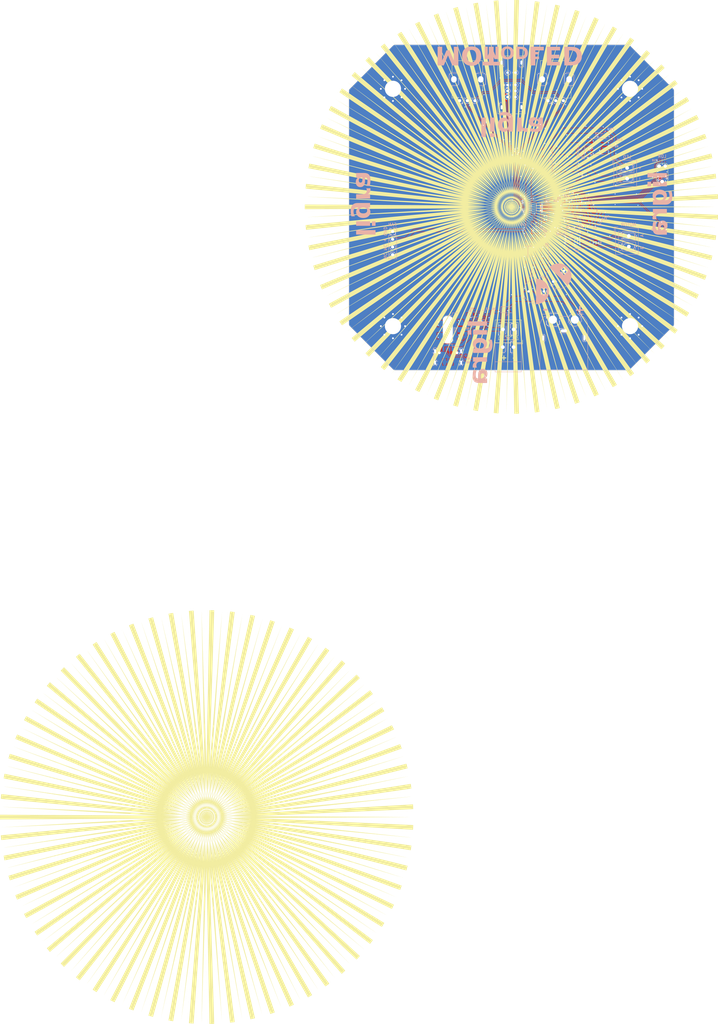
<source format=kicad_pcb>
(kicad_pcb (version 20240108) (generator "pcbnew") (generator_version "8.0")
  (layers (0 "F.Cu" signal) (31 "B.Cu" signal) (34 "B.Paste" user) (35 "F.Paste" user) (36 "B.SilkS" user "B.Silkscreen") (37 "F.SilkS" user "F.Silkscreen") (38 "B.Mask" user) (39 "F.Mask" user) (44 "Edge.Cuts" user))
  (net 0 "")
  (net 1 "GND")
  (net 2 "+12V")
  (net 3 "VBUS")
  (net 4 "Net-(U7-PA0)")
  (net 5 "+3V3")
  (net 6 "Net-(U8-VREF)")
  (net 7 "Net-(U7-PA1)")
  (net 8 "Net-(D2-A)")
  (net 9 "NRST")
  (net 10 "Net-(D5-A)")
  (net 11 "Net-(D5-K)")
  (net 12 "Net-(J7-Pin_2)")
  (net 13 "Net-(Q1-B)")
  (net 14 "Net-(Q1-C)")
  (net 15 "Net-(Q2-G)")
  (net 16 "SWCLK")
  (net 17 "Net-(J7-Pin_1)")
  (net 18 "SWDIO")
  (net 20 "Net-(U8-ISEN)")
  (net 21 "Net-(U7-PA4)")
  (net 22 "Net-(J9-Pin_2)")
  (net 23 "Net-(J9-Pin_1)")
  (net 24 "Net-(U7-BOOT0)")
  (net 25 "Net-(J8-Pin_2)")
  (net 28 "Net-(J10-VBUS)")
  (net 29 "Net-(J11-CC1)")
  (net 30 "Net-(J11-CC2)")
  (net 31 "Net-(U7-PA9)")
  (net 32 "Net-(U7-PA7)")
  (net 34 "LED_CONTROL")
  (net 36 "Net-(U7-PA2)")
  (net 37 "Net-(U7-PA3)")
  (net 39 "Net-(U7-PA5)")
  (footprint "MountingHole:MountingHole_5.3mm_M5_Pad_Via" (layer "F.Cu") (at 161.109127 -138.690873)
    (property "Reference" "J1" (hide yes))
    (property "Value" "Mount")
  )
  (footprint "MountingHole:MountingHole_5.3mm_M5_Pad_Via" (layer "F.Cu") (at 238.890873 -60.909127 -45)
    (property "Reference" "J2" (hide yes))
    (property "Value" "Mount")
  )
  (footprint "MountingHole:MountingHole_5.3mm_M5_Pad_Via" (layer "F.Cu") (at 238.890873 -138.690873 -45)
    (property "Reference" "J3" (hide yes))
    (property "Value" "Mount")
  )
  (footprint "MountingHole:MountingHole_5.3mm_M5_Pad_Via" (layer "F.Cu") (at 161.109127 -60.909127 -45)
    (property "Reference" "J4" (hide yes))
    (property "Value" "Mount")
  )
  (footprint "otter:ligra_back_150x150" (layer "F.Cu") (at 200 -100)
    (property "Reference" "G***" (hide yes))
    (property "Value" "LOGO" (hide yes))
  )
  (footprint "otter:SW_3S" (layer "F.Cu") (at 200 -140 90)
    (property "Reference" "SW2" (hide yes))
    (property "Value" "SW_SP3T")
  )
  (footprint "otter:TC2030" (layer "F.Cu") (at 249.428 -110.744 90)
    (property "Reference" "P1" (hide yes))
    (property "Value" "TC2030-CTX-Tag-Connect" (hide yes))
  )
  (footprint "Potentiometer_THT:Potentiometer_Alps_RK09K_Single_Vertical" (layer "F.Cu") (at 183 -134.8 90)
    (property "Reference" "RV2" (hide yes))
    (property "Value" "10k")
  )
  (footprint "Potentiometer_THT:Potentiometer_Alps_RK09K_Single_Vertical" (layer "F.Cu") (at 212 -134.8 90)
    (property "Reference" "RV1" (hide yes))
    (property "Value" "10k")
  )
  (footprint "Connector_Phoenix_MC:PhoenixContact_MCV_1,5_2-G-3.5_1x02_P3.50mm_Vertical" (layer "F.Cu") (at 200.6975 -59.842501 180)
    (property "Reference" "J5" (hide yes))
    (property "Value" "POWER")
  )
  (footprint "otter:ligra_back_150x150" (layer "F.Cu") (at 100 100)
    (property "Reference" "G***")
    (property "Value" "LOGO" (hide yes))
  )
  (footprint "otter:C_0603" (layer "B.Cu") (at 225.795435 -94.482426 135)
    (property "Reference" "C4")
    (property "Value" "100n" (hide yes))
  )
  (footprint "otter:LED_0603_1608Metric" (layer "B.Cu") (at 249.428 -93.98 180)
    (property "Reference" "D5")
    (property "Value" "LED")
  )
  (footprint "otter:USB-C_Power" (layer "B.Cu") (at 179.165 -52.7 180)
    (property "Reference" "J11" (hide yes))
    (property "Value" "USB_C_Receptacle_PowerOnly_6P")
  )
  (footprint "Connector_PinHeader_2.54mm:PinHeader_1x04_P2.54mm_Vertical" (layer "B.Cu") (at 161 -91.92 180)
    (property "Reference" "J8" (hide yes))
    (property "Value" "FAN")
  )
  (footprint "Package_TO_SOT_SMD:SOT-23" (layer "B.Cu") (at 187.015 -62.3 180)
    (property "Reference" "Q1")
    (property "Value" "BC807")
  )
  (footprint "otter:C_0603" (layer "B.Cu") (at 219.360764 -103.25055 45)
    (property "Reference" "C3")
    (property "Value" "100n" (hide yes))
  )
  (footprint "otter:R_0603" (layer "B.Cu") (at 188.265 -65.55 -90)
    (property "Reference" "R5")
    (property "Value" "5k1" (hide yes))
  )
  (footprint "Package_TO_SOT_SMD:SOT-223-3_TabPin2" (layer "B.Cu") (at 208.788 -85.242001 90)
    (property "Reference" "U4")
    (property "Value" "NCP1117-12_SOT223")
  )
  (footprint "otter:R_0603" (layer "B.Cu") (at 229.330969 -98.01796 135)
    (property "Reference" "R12")
    (property "Value" "5k1" (hide yes))
  )
  (footprint "otter:C_0603" (layer "B.Cu") (at 226.679319 -95.366309 135)
    (property "Reference" "C17")
    (property "Value" "100n" (hide yes))
  )
  (footprint "Connector_Phoenix_MC:PhoenixContact_MCV_1,5_2-G-3.5_1x02_P3.50mm_Vertical" (layer "B.Cu") (at 237.935001 -112.7325 -90)
    (property "Reference" "J7" (hide yes))
    (property "Value" "LED")
  )
  (footprint "otter:C_0805" (layer "B.Cu") (at 206.5 -94.2)
    (property "Reference" "C13")
    (property "Value" "4u7" (hide yes))
  )
  (footprint "Package_TO_SOT_SMD:SOT-23" (layer "B.Cu") (at 191.015 -60.8 180)
    (property "Reference" "Q2")
    (property "Value" "AO3401A")
  )
  (footprint "otter:C_0805" (layer "B.Cu") (at 211.038 -90.742 180)
    (property "Reference" "C2")
    (property "Value" "4u7" (hide yes))
  )
  (footprint "Diode_SMD:D_SOD-123F" (layer "B.Cu") (at 223 -118.8 90)
    (property "Reference" "D2")
    (property "Value" "D210")
  )
  (footprint "Inductor_SMD:L_Taiyo-Yuden_NR-80xx" (layer "B.Cu") (at 217.424 -115.316 -90)
    (property "Reference" "L2")
    (property "Value" "47uF")
  )
  (footprint "otter:C_0805" (layer "B.Cu") (at 220 -93.25 90)
    (property "Reference" "C6")
    (property "Value" "4u7" (hide yes))
  )
  (footprint "otter:R_0603" (layer "B.Cu") (at 185.765 -51.25)
    (property "Reference" "R7")
    (property "Value" "5k1" (hide yes))
  )
  (footprint "otter:C_0805" (layer "B.Cu") (at 232 -124.05)
    (property "Reference" "C8")
    (property "Value" "4u7" (hide yes))
  )
  (footprint "otter:R_0603" (layer "B.Cu") (at 185.765 -50)
    (property "Reference" "R8")
    (property "Value" "5k1" (hide yes))
  )
  (footprint "otter:C_0603" (layer "B.Cu") (at 222.25 -92.5 180)
    (property "Reference" "C12")
    (property "Value" "100n" (hide yes))
  )
  (footprint "otter:C_0805" (layer "B.Cu") (at 209.8 -94.2 180)
    (property "Reference" "C14")
    (property "Value" "4u7" (hide yes))
  )
  (footprint "otter:C_0603" (layer "B.Cu") (at 216.603047 -100.846387 -45)
    (property "Reference" "C16")
    (property "Value" "100n" (hide yes))
  )
  (footprint "otter:R_0603" (layer "B.Cu") (at 215.25 -92.25)
    (property "Reference" "R2")
    (property "Value" "5k1" (hide yes))
  )
  (footprint "Capacitor_THT:CP_Radial_D8.0mm_P5.00mm" (layer "B.Cu") (at 205.597349 -72.3)
    (property "Reference" "C7")
    (property "Value" "100u")
  )
  (footprint "Package_TO_SOT_SMD:SOT-23" (layer "B.Cu") (at 191.015 -64.55)
    (property "Reference" "Q3")
    (property "Value" "BC807")
  )
  (footprint "otter:R_0805" (layer "B.Cu") (at 226.75 -88.25)
    (property "Reference" "R1")
    (property "Value" "R33" (hide yes))
  )
  (footprint "otter:R_0805" (layer "B.Cu") (at 233 -119.8 -90)
    (property "Reference" "R9")
    (property "Value" "R33" (hide yes))
  )
  (footprint "Package_SO:TSSOP-20_4.4x6.5mm_P0.65mm" (layer "B.Cu") (at 223.067417 -99.532583 135)
    (property "Reference" "U7")
    (property "Value" "STM32F030F4Px")
  )
  (footprint "Package_SO:Diodes_SO-8EP" (layer "B.Cu") (at 228 -119.8 180)
    (property "Reference" "U2")
    (property "Value" "AL8843")
  )
  (footprint "otter:C_0603" (layer "B.Cu") (at 228.447086 -97.134076 135)
    (property "Reference" "C19")
    (property "Value" "100n" (hide yes))
  )
  (footprint "otter:C_0805" (layer "B.Cu") (at 229.5 -124.05 90)
    (property "Reference" "C9")
    (property "Value" "4u7" (hide yes))
  )
  (footprint "Package_SO:SOIC-8-1EP_3.9x4.9mm_P1.27mm_EP2.62x3.51mm" (layer "B.Cu") (at 221.488 -88.9)
    (property "Reference" "U8")
    (property "Value" "DRV8231")
  )
  (footprint "otter:C_0805" (layer "B.Cu") (at 206.5 -78.75 180)
    (property "Reference" "C5")
    (property "Value" "4u7" (hide yes))
  )
  (footprint "Connector_AMASS:AMASS_XT60IPW-M_1x03_P7.20mm_Horizontal" (layer "B.Cu") (at 213.57 -63.03)
    (property "Reference" "J12" (hide yes))
    (property "Value" "XT60")
  )
  (footprint "Package_TO_SOT_SMD:SOT-223-3_TabPin2" (layer "B.Cu") (at 208.8 -99.5 90)
    (property "Reference" "U5")
    (property "Value" "NCP1117-3.3_SOT223")
  )
  (footprint "otter:JMP_2_1" (layer "B.Cu") (at 207.8 -91.4 180)
    (property "Reference" "JP1" (hide yes))
    (property "Value" "jmp")
  )
  (footprint "otter:R_0603" (layer "B.Cu") (at 186.265 -64.8 180)
    (property "Reference" "R4")
    (property "Value" "5k1" (hide yes))
  )
  (footprint "otter:R_0603" (layer "B.Cu") (at 217.486931 -101.73027 135)
    (property "Reference" "R3")
    (property "Value" "5k1" (hide yes))
  )
  (footprint "Connector_Phoenix_MC:PhoenixContact_MC_1,5_2-G-3.5_1x02_P3.50mm_Horizontal" (layer "B.Cu") (at 200.66 -54.0325 180)
    (property "Reference" "J6")
    (property "Value" "POWER")
  )
  (footprint "Capacitor_THT:CP_Radial_D8.0mm_P5.00mm" (layer "B.Cu") (at 213.693069 -75.517069 45)
    (property "Reference" "C15")
    (property "Value" "100u")
  )
  (footprint "Diode_SMD:D_SOD-123F" (layer "B.Cu") (at 198.765 -66.3)
    (property "Reference" "D1")
    (property "Value" "D210")
  )
  (footprint "otter:C_0603" (layer "B.Cu") (at 233 -122.3)
    (property "Reference" "C10")
    (property "Value" "100n" (hide yes))
  )
  (footprint "otter:R_0603" (layer "B.Cu") (at 249 -92.5)
    (property "Reference" "R13")
    (property "Value" "5k1" (hide yes))
  )
  (footprint "otter:USB-C-vertical_footprint" (layer "B.Cu") (at 180.765 -59.75 90)
    (property "Reference" "J10")
    (property "Value" "USB-vertical_footprint")
    (fp_line (start -3.2 -3.3) (end 3.2 -3.3) (stroke (width 0.12)) (layer "Edge.Cuts"))
    (fp_line (start 4.5 -2) (end 4.5 -1.3) (stroke (width 0.12)) (layer "Edge.Cuts"))
    (fp_line (start -4.5 -2) (end -4.5 -1.3) (stroke (width 0.12)) (layer "Edge.Cuts"))
    (fp_line (start -3.2 0) (end 3.2 0) (stroke (width 0.12)) (layer "Edge.Cuts"))
    (fp_arc (start 3.2 -3.3) (mid 4.119239 -2.919239) (end 4.5 -2) (stroke (width 0.12)) (layer "Edge.Cuts"))
    (fp_arc (start -4.5 -2) (mid -4.119239 -2.919239) (end -3.2 -3.3) (stroke (width 0.12)) (layer "Edge.Cuts"))
    (fp_arc (start 4.5 -1.3) (mid 4.119239 -0.380761) (end 3.2 0) (stroke (width 0.12)) (layer "Edge.Cuts"))
    (fp_arc (start -3.2 0) (mid -4.119239 -0.380761) (end -4.5 -1.3) (stroke (width 0.12)) (layer "Edge.Cuts"))
  )
  (footprint "otter:R_0603" (layer "B.Cu") (at 249.4 -115.2 180)
    (property "Reference" "R10")
    (property "Value" "LDR" (hide yes))
  )
  (footprint "otter:C_0603" (layer "B.Cu") (at 227.563202 -96.250193 135)
    (property "Reference" "C1")
    (property "Value" "100n" (hide yes))
  )
  (footprint "Connector_Phoenix_MC:PhoenixContact_MCV_1,5_2-G-3.5_1x02_P3.50mm_Vertical" (layer "B.Cu") (at 238.4925 -90.4825 -90)
    (property "Reference" "J9" (hide yes))
    (property "Value" "Motor")
  )
  (footprint "otter:R_0603" (layer "B.Cu") (at 194.265 -65.55 180)
    (property "Reference" "R6")
    (property "Value" "5k1" (hide yes))
  )
  (footprint "otter:C_0603" (layer "B.Cu") (at 217.75 -92.25 180)
    (property "Reference" "C11")
    (property "Value" "100n" (hide yes))
  )
  (gr_arc (start 253.033009 -138.690873) (mid 253.24977 -138.366447) (end 253.325902 -137.983766) (stroke (width 0.1)) (layer "Edge.Cuts"))
  (gr_line (start 253.033009 -138.690873) (end 238.890873 -152.833009) (stroke (width 0.1)) (layer "Edge.Cuts"))
  (gr_arc (start 146.674099 -137.983765) (mid 146.750208 -138.366456) (end 146.966991 -138.690873) (stroke (width 0.1)) (layer "Edge.Cuts"))
  (gr_line (start 238.890873 -46.766991) (end 253.033009 -60.909127) (stroke (width 0.1)) (layer "Edge.Cuts"))
  (gr_line (start 146.674099 -137.983765) (end 146.674099 -61.616235) (stroke (width 0.1)) (layer "Edge.Cuts"))
  (gr_arc (start 146.966991 -60.909127) (mid 146.75023 -61.233553) (end 146.674099 -61.616235) (stroke (width 0.1)) (layer "Edge.Cuts"))
  (gr_line (start 161.816235 -153.125901) (end 238.183766 -153.125901) (stroke (width 0.1)) (layer "Edge.Cuts"))
  (gr_line (start 253.325901 -137.983765) (end 253.325901 -61.616235) (stroke (width 0.1)) (layer "Edge.Cuts"))
  (gr_line (start 161.109127 -152.833009) (end 146.966991 -138.690873) (stroke (width 0.1)) (layer "Edge.Cuts"))
  (gr_arc (start 238.183766 -153.125902) (mid 238.566457 -153.049793) (end 238.890873 -152.833009) (stroke (width 0.1)) (layer "Edge.Cuts"))
  (gr_arc (start 253.325901 -61.616235) (mid 253.249792 -61.233544) (end 253.033009 -60.909127) (stroke (width 0.1)) (layer "Edge.Cuts"))
  (gr_arc (start 161.816235 -46.474099) (mid 161.433544 -46.550208) (end 161.109127 -46.766991) (stroke (width 0.1)) (layer "Edge.Cuts"))
  (gr_line (start 161.816235 -46.474099) (end 238.183765 -46.474099) (stroke (width 0.1)) (layer "Edge.Cuts"))
  (gr_arc (start 238.890873 -46.766991) (mid 238.566447 -46.55023) (end 238.183765 -46.474099) (stroke (width 0.1)) (layer "Edge.Cuts"))
  (gr_line (start 146.966991 -60.909127) (end 161.109127 -46.766991) (stroke (width 0.1)) (layer "Edge.Cuts"))
  (gr_arc (start 161.109127 -152.833009) (mid 161.433553 -153.04977) (end 161.816235 -153.125901) (stroke (width 0.1)) (layer "Edge.Cuts"))
  (gr_text "ligra" (at 200.186492 -130.294893 180) (layer "B.SilkS") (effects (font (size 6 6) (thickness 0.3) (bold yes)) (justify bottom mirror)))
  (gr_text "MODE" (at 200.1 -153.2 -180) (layer "B.SilkS") (effects (font (size 4 4) (thickness 0.3) (bold yes)) (justify bottom mirror)))
  (gr_text "FAN" (at 162.4 -93.6 -0) (layer "B.SilkS") (effects (font (size 1 1)) (justify left bottom mirror)))
  (gr_text "LDR" (at 250.9 -116 0) (layer "B.SilkS") (effects (font (size 1 1)) (justify left bottom mirror)))
  (gr_text "+   -" (at 242.6 -113.5 90) (layer "B.SilkS") (effects (font (size 1 1)) (justify left bottom mirror)))
  (gr_text "MOT" (at 185.6 -153.5 -180) (layer "B.SilkS") (effects (font (size 6 6) (thickness 0.3) (bold yes)) (justify bottom mirror)))
  (gr_text "A    B" (at 243.4 -91.1 90) (layer "B.SilkS") (effects (font (size 1 1)) (justify left bottom mirror)))
  (gr_text "LED" (at 214.5 -153.5 -180) (layer "B.SilkS") (effects (font (size 6 6) (thickness 0.3) (bold yes)) (justify bottom mirror)))
  (gr_text "ligra" (at 148 -101 -90) (layer "B.SilkS") (effects (font (size 6 6) (thickness 0.3) (bold yes)) (justify bottom mirror)))
  (gr_text "ligra" (at 193 -52.4 90) (layer "B.SilkS") (effects (font (size 6 6) (thickness 0.3) (bold yes)) (justify bottom mirror)))
  (gr_text "LED\n" (at 239.4 -115.8 0) (layer "B.SilkS") (effects (font (size 1 1)) (justify left bottom mirror)))
  (gr_text "NC NC + GND" (at 158 -82.8 270) (layer "B.SilkS") (effects (font (size 1 1)) (justify left bottom mirror)))
  (gr_text "MOTOR" (at 241 -93.6 0) (layer "B.SilkS") (effects (font (size 1 1)) (justify left bottom mirror)))
  (gr_text "ligra" (at 252 -101 90) (layer "B.SilkS") (effects (font (size 6 6) (thickness 0.3) (bold yes)) (justify bottom mirror)))
  (gr_text "-      +" (at 217.2 -68 180) (layer "B.SilkS") (effects (font (size 3 3) (thickness 0.3) (bold yes)) (justify bottom mirror)))
  (gr_text "+  -" (at 198.9 -49.4 0) (layer "F.SilkS") (effects (font (size 1.8 1.8) (thickness 0.3) (bold yes)) (justify bottom)))
  (via (at 211 -120.75) (size 0.5) (drill 0.3) (layers "F.Cu" "B.Cu") (net 1))
  (via (at 231.9 -120.1) (size 0.5) (drill 0.3) (layers "F.Cu" "B.Cu") (net 1))
  (via (at 217 -126.5) (size 0.5) (drill 0.3) (layers "F.Cu" "B.Cu") (net 1))
  (via (at 236.25 -87.75) (size 0.5) (drill 0.3) (layers "F.Cu" "B.Cu") (net 1))
  (via (at 175.965 -57.2) (size 0.5) (drill 0.3) (layers "F.Cu" "B.Cu") (net 1))
  (via (at 218.116116 -121.083884) (size 0.5) (drill 0.3) (layers "F.Cu" "B.Cu") (net 1))
  (via (at 212.852 -117.856) (size 0.5) (drill 0.3) (layers "F.Cu" "B.Cu") (net 1))
  (via (at 199.5 -129.5) (size 0.5) (drill 0.3) (layers "F.Cu" "B.Cu") (net 1))
  (via (at 232 -123.7) (size 0.5) (drill 0.3) (layers "F.Cu" "B.Cu") (net 1))
  (via (at 207.5 -97.75) (size 0.5) (drill 0.3) (layers "F.Cu" "B.Cu") (net 1))
  (via (at 191.365 -65.5) (size 0.5) (drill 0.3) (layers "F.Cu" "B.Cu") (net 1))
  (via (at 204.2 -83.75) (size 0.5) (drill 0.3) (layers "F.Cu" "B.Cu") (net 1))
  (via (at 196.25 -142.25) (size 0.5) (drill 0.3) (layers "F.Cu" "B.Cu") (net 1))
  (via (at 222.9 -121.6) (size 0.5) (drill 0.3) (layers "F.Cu" "B.Cu") (net 1))
  (via (at 222.4 -88.4) (size 0.5) (drill 0.3) (layers "F.Cu" "B.Cu") (net 1))
  (via (at 214.25 -93.25) (size 0.5) (drill 0.3) (layers "F.Cu" "B.Cu") (net 1))
  (via (at 224.536 -110.236) (size 0.5) (drill 0.3) (layers "F.Cu" "B.Cu") (net 1))
  (via (at 222.4 -87.6) (size 0.5) (drill 0.3) (layers "F.Cu" "B.Cu") (net 1))
  (via (at 213.75 -97.75) (size 0.5) (drill 0.3) (layers "F.Cu" "B.Cu") (net 1))
  (via (at 241 -90.5) (size 0.5) (drill 0.3) (layers "F.Cu" "B.Cu") (net 1))
  (via (at 216.75 -98.75) (size 0.5) (drill 0.3) (layers "F.Cu" "B.Cu") (net 1))
  (via (at 227 -100.75) (size 0.5) (drill 0.3) (layers "F.Cu" "B.Cu") (net 1))
  (via (at 217.5 -90.5) (size 0.5) (drill 0.3) (layers "F.Cu" "B.Cu") (net 1))
  (via (at 175.965 -58.4) (size 0.5) (drill 0.3) (layers "F.Cu" "B.Cu") (net 1))
  (via (at 227.75 -86.25) (size 0.5) (drill 0.3) (layers "F.Cu" "B.Cu") (net 1))
  (via (at 209.75 -93.75) (size 0.5) (drill 0.3) (layers "F.Cu" "B.Cu") (net 1))
  (via (at 207 -112.6) (size 0.5) (drill 0.3) (layers "F.Cu" "B.Cu") (net 1))
  (via (at 217.75 -133.5) (size 0.5) (drill 0.3) (layers "F.Cu" "B.Cu") (net 1))
  (via (at 232.9 -122.3) (size 0.5) (drill 0.3) (layers "F.Cu" "B.Cu") (net 1))
  (via (at 220.9 -123.6) (size 0.5) (drill 0.3) (layers "F.Cu" "B.Cu") (net 1))
  (via (at 234 -104.25) (size 0.5) (drill 0.3) (layers "F.Cu" "B.Cu") (net 1))
  (via (at 246.25 -109.75) (size 0.5) (drill 0.3) (layers "F.Cu" "B.Cu") (net 1))
  (via (at 221.6 -88.8) (size 0.5) (drill 0.3) (layers "F.Cu" "B.Cu") (net 1))
  (via (at 211.5 -103.5) (size 0.5) (drill 0.3) (layers "F.Cu" "B.Cu") (net 1))
  (via (at 203 -116) (size 0.5) (drill 0.3) (layers "F.Cu" "B.Cu") (net 1))
  (via (at 209.5 -127) (size 0.5) (drill 0.3) (layers "F.Cu" "B.Cu") (net 1))
  (via (at 221.996 -110.744) (size 0.5) (drill 0.3) (layers "F.Cu" "B.Cu") (net 1))
  (via (at 210.238 -83.742) (size 0.5) (drill 0.3) (layers "F.Cu" "B.Cu") (net 1))
  (via (at 186.25 -133.25) (size 0.5) (drill 0.3) (layers "F.Cu" "B.Cu") (net 1))
  (via (at 249.25 -95) (size 0.5) (drill 0.3) (layers "F.Cu" "B.Cu") (net 1))
  (via (at 214.376 -110.744) (size 0.5) (drill 0.3) (layers "F.Cu" "B.Cu") (net 1))
  (via (at 199.5 -121.5) (size 0.5) (drill 0.3) (layers "F.Cu" "B.Cu") (net 1))
  (via (at 232.5 -115.75) (size 0.5) (drill 0.3) (layers "F.Cu" "B.Cu") (net 1))
  (via (at 200.25 -102.25) (size 0.5) (drill 0.3) (layers "F.Cu" "B.Cu") (net 1))
  (via (at 208 -93.5) (size 0.5) (drill 0.3) (layers "F.Cu" "B.Cu") (net 1))
  (via (at 219.25 -65.5) (size 0.5) (drill 0.3) (layers "F.Cu" "B.Cu") (net 1))
  (via (at 228.5 -88.25) (size 0.5) (drill 0.3) (layers "F.Cu" "B.Cu") (net 1))
  (via (at 243 -101.75) (size 0.5) (drill 0.3) (layers "F.Cu" "B.Cu") (net 1))
  (via (at 227.5 -93.75) (size 0.5) (drill 0.3) (layers "F.Cu" "B.Cu") (net 1))
  (via (at 202.75 -140.5) (size 0.5) (drill 0.3) (layers "F.Cu" "B.Cu") (net 1))
  (via (at 192.665 -63.7) (size 0.5) (drill 0.3) (layers "F.Cu" "B.Cu") (net 1))
  (via (at 191 -136.75) (size 0.5) (drill 0.3) (layers "F.Cu" "B.Cu") (net 1))
  (via (at 211.5 -95.75) (size 0.5) (drill 0.3) (layers "F.Cu" "B.Cu") (net 1))
  (via (at 210.75 -95.75) (size 0.5) (drill 0.3) (layers "F.Cu" "B.Cu") (net 1))
  (via (at 211.5 -97) (size 0.5) (drill 0.3) (layers "F.Cu" "B.Cu") (net 1))
  (via (at 184.865 -60.9) (size 0.5) (drill 0.3) (layers "F.Cu" "B.Cu") (net 1))
  (via (at 228.3 -123.7) (size 0.5) (drill 0.3) (layers "F.Cu" "B.Cu") (net 1))
  (via (at 230.1 -126.2) (size 0.5) (drill 0.3) (layers "F.Cu" "B.Cu") (net 1))
  (via (at 211 -90.25) (size 0.5) (drill 0.3) (layers "F.Cu" "B.Cu") (net 1))
  (via (at 214.884 -119.888) (size 0.5) (drill 0.3) (layers "F.Cu" "B.Cu") (net 1))
  (via (at 234.2 -120.6) (size 0.5) (drill 0.3) (layers "F.Cu" "B.Cu") (net 1))
  (via (at 175.965 -62.3) (size 0.5) (drill 0.3) (layers "F.Cu" "B.Cu") (net 1))
  (via (at 221 -121.5) (size 0.5) (drill 0.3) (layers "F.Cu" "B.Cu") (net 1))
  (via (at 204.25 -73.25) (size 0.5) (drill 0.3) (layers "F.Cu" "B.Cu") (net 1))
  (via (at 218.44 -116.332) (size 0.5) (drill 0.3) (layers "F.Cu" "B.Cu") (net 1))
  (via (at 219.25 -91.75) (size 0.5) (drill 0.3) (layers "F.Cu" "B.Cu") (net 1))
  (via (at 225.3 -122.7) (size 0.5) (drill 0.3) (layers "F.Cu" "B.Cu") (net 1))
  (via (at 204.25 -80.25) (size 0.5) (drill 0.3) (layers "F.Cu" "B.Cu") (net 1))
  (via (at 222.4 -90) (size 0.5) (drill 0.3) (layers "F.Cu" "B.Cu") (net 1))
  (via (at 236.25 -86.25) (size 0.5) (drill 0.3) (layers "F.Cu" "B.Cu") (net 1))
  (via (at 219.75 -102.25) (size 0.5) (drill 0.3) (layers "F.Cu" "B.Cu") (net 1))
  (via (at 231.8 -117.7) (size 0.5) (drill 0.3) (layers "F.Cu" "B.Cu") (net 1))
  (via (at 226.1 -117) (size 0.5) (drill 0.3) (layers "F.Cu" "B.Cu") (net 1))
  (via (at 227.4 -108) (size 0.5) (drill 0.3) (layers "F.Cu" "B.Cu") (net 1))
  (via (at 220.75 -93.25) (size 0.5) (drill 0.3) (layers "F.Cu" "B.Cu") (net 1))
  (via (at 226.06 -113.792) (size 0.5) (drill 0.3) (layers "F.Cu" "B.Cu") (net 1))
  (via (at 215.75 -103.75) (size 0.5) (drill 0.3) (layers "F.Cu" "B.Cu") (net 1))
  (via (at 217.25 -96.25) (size 0.5) (drill 0.3) (layers "F.Cu" "B.Cu") (net 1))
  (via (at 227 -88.25) (size 0.5) (drill 0.3) (layers "F.Cu" "B.Cu") (net 1))
  (via (at 227.7 -88.6) (size 0.5) (drill 0.3) (layers "F.Cu" "B.Cu") (net 1))
  (via (at 236 -91.5) (size 0.5) (drill 0.3) (layers "F.Cu" "B.Cu") (net 1))
  (via (at 215.8 -133.7) (size 0.5) (drill 0.3) (layers "F.Cu" "B.Cu") (net 1))
  (via (at 224.25 -93) (size 0.5) (drill 0.3) (layers "F.Cu" "B.Cu") (net 1))
  (via (at 195.965 -65.7) (size 0.5) (drill 0.3) (layers "F.Cu" "B.Cu") (net 1))
  (via (at 190.665 -59.8) (size 0.5) (drill 0.3) (layers "F.Cu" "B.Cu") (net 1))
  (via (at 230.75 -98.25) (size 0.5) (drill 0.3) (layers "F.Cu" "B.Cu") (net 1))
  (via (at 227.1 -118.5) (size 0.5) (drill 0.3) (layers "F.Cu" "B.Cu") (net 1))
  (via (at 204.25 -93.25) (size 0.5) (drill 0.3) (layers "F.Cu" "B.Cu") (net 1))
  (via (at 221.996 -114.3) (size 0.5) (drill 0.3) (layers "F.Cu" "B.Cu") (net 1))
  (via (at 222 -95.25) (size 0.5) (drill 0.3) (layers "F.Cu" "B.Cu") (net 1))
  (via (at 190.75 -126.75) (size 0.5) (drill 0.3) (layers "F.Cu" "B.Cu") (net 1))
  (via (at 221.5 -100) (size 0.5) (drill 0.3) (layers "F.Cu" "B.Cu") (net 1))
  (via (at 225.5 -90.5) (size 0.5) (drill 0.3) (layers "F.Cu" "B.Cu") (net 1))
  (via (at 210.75 -97) (size 0.5) (drill 0.3) (layers "F.Cu" "B.Cu") (net 1))
  (via (at 224.4 -126.4) (size 0.5) (drill 0.3) (layers "F.Cu" "B.Cu") (net 1))
  (via (at 221.75 -104) (size 0.5) (drill 0.3) (layers "F.Cu" "B.Cu") (net 1))
  (via (at 209.25 -91.25) (size 0.5) (drill 0.3) (layers "F.Cu" "B.Cu") (net 1))
  (via (at 222.5 -97) (size 0.5) (drill 0.3) (layers "F.Cu" "B.Cu") (net 1))
  (via (at 229.1 -117.4) (size 0.5) (drill 0.3) (layers "F.Cu" "B.Cu") (net 1))
  (via (at 247.75 -115.25) (size 0.5) (drill 0.3) (layers "F.Cu" "B.Cu") (net 1))
  (via (at 220.8 -88.4) (size 0.5) (drill 0.3) (layers "F.Cu" "B.Cu") (net 1))
  (via (at 227.7 -87.9) (size 0.5) (drill 0.3) (layers "F.Cu" "B.Cu") (net 1))
  (via (at 233.75 -89.5) (size 0.5) (drill 0.3) (layers "F.Cu" "B.Cu") (net 1))
  (via (at 234.188 -107.188) (size 0.5) (drill 0.3) (layers "F.Cu" "B.Cu") (net 1))
  (via (at 203 -103.75) (size 0.5) (drill 0.3) (layers "F.Cu" "B.Cu") (net 1))
  (via (at 207 -73.25) (size 0.5) (drill 0.3) (layers "F.Cu" "B.Cu") (net 1))
  (via (at 224.25 -101.25) (size 0.5) (drill 0.3) (layers "F.Cu" "B.Cu") (net 1))
  (via (at 210.238 -86.742) (size 0.5) (drill 0.3) (layers "F.Cu" "B.Cu") (net 1))
  (via (at 221.6 -88) (size 0.5) (drill 0.3) (layers "F.Cu" "B.Cu") (net 1))
  (via (at 251 -111.5) (size 0.5) (drill 0.3) (layers "F.Cu" "B.Cu") (net 1))
  (via (at 211.5 -101.75) (size 0.5) (drill 0.3) (layers "F.Cu" "B.Cu") (net 1))
  (via (at 241.5 -100.5) (size 0.5) (drill 0.3) (layers "F.Cu" "B.Cu") (net 1))
  (via (at 204.25 -97.5) (size 0.5) (drill 0.3) (layers "F.Cu" "B.Cu") (net 1))
  (via (at 216.5 -93.25) (size 0.5) (drill 0.3) (layers "F.Cu" "B.Cu") (net 1))
  (via (at 231.8 -118.3) (size 0.5) (drill 0.3) (layers "F.Cu" "B.Cu") (net 1))
  (via (at 207.75 -138.5) (size 0.5) (drill 0.3) (layers "F.Cu" "B.Cu") (net 1))
  (via (at 218.1 -123.6) (size 0.5) (drill 0.3) (layers "F.Cu" "B.Cu") (net 1))
  (via (at 207 -104.25) (size 0.5) (drill 0.3) (layers "F.Cu" "B.Cu") (net 1))
  (via (at 198.75 -66) (size 0.5) (drill 0.3) (layers "F.Cu" "B.Cu") (net 1))
  (via (at 222 -105.75) (size 0.5) (drill 0.3) (layers "F.Cu" "B.Cu") (net 1))
  (via (at 228.9 -118.5) (size 0.5) (drill 0.3) (layers "F.Cu" "B.Cu") (net 1))
  (via (at 228.6 -110.7) (size 0.5) (drill 0.3) (layers "F.Cu" "B.Cu") (net 1))
  (via (at 197.5 -122) (size 0.5) (drill 0.3) (layers "F.Cu" "B.Cu") (net 1))
  (via (at 192.265 -60.9) (size 0.5) (drill 0.3) (layers "F.Cu" "B.Cu") (net 1))
  (via (at 241 -104.25) (size 0.5) (drill 0.3) (layers "F.Cu" "B.Cu") (net 1))
  (via (at 190.265 -62.6) (size 0.5) (drill 0.3) (layers "F.Cu" "B.Cu") (net 1))
  (via (at 201.25 -68.5) (size 0.5) (drill 0.3) (layers "F.Cu" "B.Cu") (net 1))
  (via (at 229.25 -95.5) (size 0.5) (drill 0.3) (layers "F.Cu" "B.Cu") (net 1))
  (via (at 182.665 -58) (size 0.5) (drill 0.3) (layers "F.Cu" "B.Cu") (net 1))
  (via (at 184.75 -132.75) (size 0.5) (drill 0.3) (layers "F.Cu" "B.Cu") (net 1))
  (via (at 225 -91.75) (size 0.5) (drill 0.3) (layers "F.Cu" "B.Cu") (net 1))
  (via (at 204.25 -103.5) (size 0.5) (drill 0.3) (layers "F.Cu" "B.Cu") (net 1))
  (via (at 232.25 -90.5) (size 0.5) (drill 0.3) (layers "F.Cu" "B.Cu") (net 1))
  (via (at 182.665 -61.6) (size 0.5) (drill 0.3) (layers "F.Cu" "B.Cu") (net 1))
  (via (at 213.4 -133.6) (size 0.5) (drill 0.3) (layers "F.Cu" "B.Cu") (net 1))
  (via (at 186.665 -63.7) (size 0.5) (drill 0.3) (layers "F.Cu" "B.Cu") (net 1))
  (via (at 216.5 -68.25) (size 0.5) (drill 0.3) (layers "F.Cu" "B.Cu") (net 1))
  (via (at 213.25 -95.25) (size 0.5) (drill 0.3) (layers "F.Cu" "B.Cu") (net 1))
  (via (at 208 -94.75) (size 0.5) (drill 0.3) (layers "F.Cu" "B.Cu") (net 1))
  (via (at 248 -111.5) (size 0.5) (drill 0.3) (layers "F.Cu" "B.Cu") (net 1))
  (via (at 217.5 -87.25) (size 0.5) (drill 0.3) (layers "F.Cu" "B.Cu") (net 1))
  (via (at 218.5 -95.25) (size 0.5) (drill 0.3) (layers "F.Cu" "B.Cu") (net 1))
  (via (at 226.8 -121.6) (size 0.5) (drill 0.3) (layers "F.Cu" "B.Cu") (net 1))
  (via (at 233.1 -125.3) (size 0.5) (drill 0.3) (layers "F.Cu" "B.Cu") (net 1))
  (via (at 219 -93.25) (size 0.5) (drill 0.3) (layers "F.Cu" "B.Cu") (net 1))
  (via (at 203.75 -142.25) (size 0.5) (drill 0.3) (layers "F.Cu" "B.Cu") (net 1))
  (via (at 195.965 -61.2) (size 0.5) (drill 0.3) (layers "F.Cu" "B.Cu") (net 1))
  (via (at 231.8 -121.1) (size 0.5) (drill 0.3) (layers "F.Cu" "B.Cu") (net 1))
  (via (at 203 -110) (size 0.5) (drill 0.3) (layers "F.Cu" "B.Cu") (net 1))
  (via (at 187.765 -59.7) (size 0.5) (drill 0.3) (layers "F.Cu" "B.Cu") (net 1))
  (via (at 241 -87) (size 0.5) (drill 0.3) (layers "F.Cu" "B.Cu") (net 1))
  (via (at 204.25 -91.25) (size 0.5) (drill 0.3) (layers "F.Cu" "B.Cu") (net 1))
  (via (at 207.25 -86.75) (size 0.5) (drill 0.3) (layers "F.Cu" "B.Cu") (net 1))
  (via (at 219 -101.5) (size 0.5) (drill 0.3) (layers "F.Cu" "B.Cu") (net 1))
  (via (at 197.5 -129.5) (size 0.5) (drill 0.3) (layers "F.Cu" "B.Cu") (net 1))
  (via (at 203.75 -118.25) (size 0.5) (drill 0.3) (layers "F.Cu" "B.Cu") (net 1))
  (via (at 225 -93.5) (size 0.5) (drill 0.3) (layers "F.Cu" "B.Cu") (net 1))
  (via (at 202.75 -99.75) (size 0.5) (drill 0.3) (layers "F.Cu" "B.Cu") (net 1))
  (via (at 195.75 -58.25) (size 0.5) (drill 0.3) (layers "F.Cu" "B.Cu") (net 1))
  (via (at 211 -125.75) (size 0.5) (drill 0.3) (layers "F.Cu" "B.Cu") (net 1))
  (via (at 207.25 -83.75) (size 0.5) (drill 0.3) (layers "F.Cu" "B.Cu") (net 1))
  (via (at 232 -123) (size 0.5) (drill 0.3) (layers "F.Cu" "B.Cu") (net 1))
  (via (at 182.665 -62.7) (size 0.5) (drill 0.3) (layers "F.Cu" "B.Cu") (net 1))
  (via (at 227.75 -90.25) (size 0.5) (drill 0.3) (layers "F.Cu" "B.Cu") (net 1))
  (via (at 189.465 -64.6) (size 0.5) (drill 0.3) (layers "F.Cu" "B.Cu") (net 1))
  (via (at 220.8 -87.6) (size 0.5) (drill 0.3) (layers "F.Cu" "B.Cu") (net 1))
  (via (at 204.25 -86.75) (size 0.5) (drill 0.3) (layers "F.Cu" "B.Cu") (net 1))
  (via (at 247.5 -94.75) (size 0.5) (drill 0.3) (layers "F.Cu" "B.Cu") (net 1))
  (via (at 191.75 -127.75) (size 0.5) (drill 0.3) (layers "F.Cu" "B.Cu") (net 1))
  (via (at 249.5 -114) (size 0.5) (drill 0.3) (layers "F.Cu" "B.Cu") (net 1))
  (via (at 209.75 -94.75) (size 0.5) (drill 0.3) (layers "F.Cu" "B.Cu") (net 1))
  (via (at 221.6 -89.6) (size 0.5) (drill 0.3) (layers "F.Cu" "B.Cu") (net 1))
  (via (at 206.75 -136.75) (size 0.5) (drill 0.3) (layers "F.Cu" "B.Cu") (net 1))
  (via (at 218 -71.25) (size 0.5) (drill 0.3) (layers "F.Cu" "B.Cu") (net 1))
  (via (at 202 -119.25) (size 0.5) (drill 0.3) (layers "F.Cu" "B.Cu") (net 1))
  (via (at 219 -104.75) (size 0.5) (drill 0.3) (layers "F.Cu" "B.Cu") (net 1))
  (via (at 225.25 -104.25) (size 0.5) (drill 0.3) (layers "F.Cu" "B.Cu") (net 1))
  (via (at 222.25 -65.75) (size 0.5) (drill 0.3) (layers "F.Cu" "B.Cu") (net 1))
  (via (at 204.4 -113.7) (size 0.5) (drill 0.3) (layers "F.Cu" "B.Cu") (net 1))
  (via (at 215.25 -91.5) (size 0.5) (drill 0.3) (layers "F.Cu" "B.Cu") (net 1))
  (via (at 217.75 -105.75) (size 0.5) (drill 0.3) (layers "F.Cu" "B.Cu") (net 1))
  (via (at 222.5 -91.5) (size 0.5) (drill 0.3) (layers "F.Cu" "B.Cu") (net 1))
  (via (at 250.75 -92.5) (size 0.5) (drill 0.3) (layers "F.Cu" "B.Cu") (net 1))
  (via (at 235.204 -110.744) (size 0.5) (drill 0.3) (layers "F.Cu" "B.Cu") (net 1))
  (via (at 222.8 -118.9) (size 0.5) (drill 0.3) (layers "F.Cu" "B.Cu") (net 1))
  (via (at 228.3 -122.9) (size 0.5) (drill 0.3) (layers "F.Cu" "B.Cu") (net 1))
  (via (at 215.25 -101.75) (size 0.5) (drill 0.3) (layers "F.Cu" "B.Cu") (net 1))
  (via (at 190.5 -138.25) (size 0.5) (drill 0.3) (layers "F.Cu" "B.Cu") (net 1))
  (via (at 248.75 -93) (size 0.5) (drill 0.3) (layers "F.Cu" "B.Cu") (net 1))
  (via (at 237.5 -114.25) (size 0.5) (drill 0.3) (layers "F.Cu" "B.Cu") (net 1))
  (via (at 222.4 -89.2) (size 0.5) (drill 0.3) (layers "F.Cu" "B.Cu") (net 1))
  (via (at 214.75 -138.25) (size 0.5) (drill 0.3) (layers "F.Cu" "B.Cu") (net 1))
  (via (at 200.25 -117) (size 0.5) (drill 0.3) (layers "F.Cu" "B.Cu") (net 1))
  (via (at 248.5 -107.5) (size 0.5) (drill 0.3) (layers "F.Cu" "B.Cu") (net 1))
  (via (at 207.25 -80.25) (size 0.5) (drill 0.3) (layers "F.Cu" "B.Cu") (net 1))
  (via (at 226.8 -117.5) (size 0.5) (drill 0.3) (layers "F.Cu" "B.Cu") (net 1))
  (via (at 182.665 -56.8) (size 0.5) (drill 0.3) (layers "F.Cu" "B.Cu") (net 1))
  (via (at 234 -100.75) (size 0.5) (drill 0.3) (layers "F.Cu" "B.Cu") (net 1))
  (via (at 224.2 -117.7) (size 0.5) (drill 0.3) (layers "F.Cu" "B.Cu") (net 1))
  (via (at 196.25 -121) (size 0.5) (drill 0.3) (layers "F.Cu" "B.Cu") (net 1))
  (via (at 214.376 -114.3) (size 0.5) (drill 0.3) (layers "F.Cu" "B.Cu") (net 1))
  (via (at 214 -136.75) (size 0.5) (drill 0.3) (layers "F.Cu" "B.Cu") (net 1))
  (via (at 175.965 -61.2) (size 0.5) (drill 0.3) (layers "F.Cu" "B.Cu") (net 1))
  (via (at 235.5 -112.75) (size 0.5) (drill 0.3) (layers "F.Cu" "B.Cu") (net 1))
  (via (at 200 -71.25) (size 0.5) (drill 0.3) (layers "F.Cu" "B.Cu") (net 1))
  (via (at 212.75 -92) (size 0.5) (drill 0.3) (layers "F.Cu" "B.Cu") (net 1))
  (via (at 205.75 -68.5) (size 0.5) (drill 0.3) (layers "F.Cu" "B.Cu") (net 1))
  (via (at 250.5 -108.5) (size 0.5) (drill 0.3) (layers "F.Cu" "B.Cu") (net 1))
  (via (at 220.8 -89.2) (size 0.5) (drill 0.3) (layers "F.Cu" "B.Cu") (net 1))
  (via (at 200.25 -110) (size 0.5) (drill 0.3) (layers "F.Cu" "B.Cu") (net 1))
  (via (at 222.75 -98.75) (size 0.5) (drill 0.3) (layers "F.Cu" "B.Cu") (net 1))
  (via (at 234.25 -117.5) (size 0.5) (drill 0.3) (layers "F.Cu" "B.Cu") (net 1))
  (segment (start 221.25 -92.25) (end 221.5 -92.5) (width 0.8) (layer "B.Cu") (net 1))
  (segment (start 221.5 -92.5) (end 221.5 -89.7) (width 0.8) (layer "B.Cu") (net 1))
  (segment (start 231.0925 -122.3) (end 230.4975 -121.705) (width 0.8) (layer "B.Cu") (net 1))
  (segment (start 231.05 -122.2575) (end 230.4975 -121.705) (width 0.8) (layer "B.Cu") (net 1))
  (segment (start 228.635 -120.435) (end 228 -119.8) (width 0.8) (layer "B.Cu") (net 1))
  (segment (start 218.5 -92.25) (end 218.75 -92.25) (width 0.8) (layer "B.Cu") (net 1))
  (segment (start 221.488 -88.505001) (end 221.488 -88.9) (width 0.8) (layer "B.Cu") (net 1))
  (segment (start 230.4975 -122.1025) (end 229.5 -123.1) (width 0.8) (layer "B.Cu") (net 1))
  (segment (start 221.5 -89.5) (end 221.5 -88.912) (width 0.8) (layer "B.Cu") (net 1))
  (segment (start 221.6 -89.6) (end 221.5 -89.5) (width 0.8) (layer "B.Cu") (net 1))
  (segment (start 219.75 -92.25) (end 221.25 -92.25) (width 0.8) (layer "B.Cu") (net 1))
  (segment (start 228 -121.504) (end 227.076 -122.428) (width 0.8) (layer "B.Cu") (net 1))
  (segment (start 219.008 -86.995) (end 219.977999 -86.995) (width 0.6) (layer "B.Cu") (net 1))
  (segment (start 228 -119.8) (end 228 -121.05) (width 0.8) (layer "B.Cu") (net 1))
  (segment (start 221.388 -88.8) (end 221.488 -88.9) (width 0.8) (layer "B.Cu") (net 1))
  (segment (start 230.4975 -120.435) (end 228.635 -120.435) (width 0.8) (layer "B.Cu") (net 1))
  (segment (start 218.75 -92.25) (end 219.25 -91.75) (width 0.8) (layer "B.Cu") (net 1))
  (segment (start 228 -119.8) (end 228 -118.7) (width 0.8) (layer "B.Cu") (net 1))
  (segment (start 221.6 -89.012) (end 221.6 -88.8) (width 0.8) (layer "B.Cu") (net 1))
  (segment (start 221.5 -89.7) (end 221.6 -89.6) (width 0.8) (layer "B.Cu") (net 1))
  (segment (start 231.05 -124.05) (end 231.05 -122.2575) (width 0.8) (layer "B.Cu") (net 1))
  (segment (start 228 -121.05) (end 228.655 -121.705) (width 0.8) (layer "B.Cu") (net 1))
  (segment (start 219.25 -91.75) (end 219.75 -92.25) (width 0.8) (layer "B.Cu") (net 1))
  (segment (start 228 -119.8) (end 228 -121.504) (width 0.8) (layer "B.Cu") (net 1))
  (segment (start 221.6 -88.8) (end 221.388 -88.8) (width 0.8) (layer "B.Cu") (net 1))
  (segment (start 228 -119.8) (end 228 -118.5) (width 0.8) (layer "B.Cu") (net 1))
  (segment (start 219.977999 -86.995) (end 221.488 -88.505001) (width 0.6) (layer "B.Cu") (net 1))
  (segment (start 228.655 -121.705) (end 230.4975 -121.705) (width 0.8) (layer "B.Cu") (net 1))
  (segment (start 228 -118.5) (end 229.1 -117.4) (width 0.8) (layer "B.Cu") (net 1))
  (segment (start 221.5 -88.912) (end 221.6 -89.012) (width 0.8) (layer "B.Cu") (net 1))
  (segment (start 228 -118.7) (end 226.8 -117.5) (width 0.8) (layer "B.Cu") (net 1))
  (segment (start 230.4975 -121.705) (end 230.4975 -122.1025) (width 0.8) (layer "B.Cu") (net 1))
  (segment (start 208.3 -88.88) (end 208.788 -88.392) (width 0.8) (layer "B.Cu") (net 2))
  (segment (start 210.088001 -90.742) (end 213.546 -94.199999) (width 0.8) (layer "B.Cu") (net 2))
  (segment (start 223.968 -91.536) (end 221.304001 -94.199999) (width 0.5) (layer "B.Cu") (net 2))
  (segment (start 210.088001 -90.742) (end 208.788 -89.441999) (width 0.8) (layer "B.Cu") (net 2))
  (segment (start 223.968 -91) (end 223.968 -91.536) (width 0.5) (layer "B.Cu") (net 2))
  (segment (start 221.604001 -94.199999) (end 223.968 -91.836) (width 0.8) (layer "B.Cu") (net 2))
  (segment (start 208.788 -88.392) (end 208.788 -80.422138) (width 1.6) (layer "B.Cu") (net 2))
  (segment (start 223.968 -91.836) (end 223.968 -91) (width 0.8) (layer "B.Cu") (net 2))
  (segment (start 218.25 -94.199999) (end 220 -94.199999) (width 0.8) (layer "B.Cu") (net 2))
  (segment (start 213.546 -94.199999) (end 218.25 -94.199999) (width 0.8) (layer "B.Cu") (net 2))
  (segment (start 221.304001 -94.199999) (end 220 -94.199999) (width 0.5) (layer "B.Cu") (net 2))
  (segment (start 218.25 -94.199999) (end 221.604001 -94.199999) (width 0.8) (layer "B.Cu") (net 2))
  (segment (start 223.968 -90.805) (end 223.968 -91) (width 0.5) (layer "B.Cu") (net 2))
  (segment (start 208.788 -80.422138) (end 213.693069 -75.517069) (width 1.6) (layer "B.Cu") (net 2))
  (segment (start 208.3 -90.4) (end 208.3 -88.88) (width 0.8) (layer "B.Cu") (net 2))
  (segment (start 208.788 -89.441999) (end 208.788 -88.392) (width 0.8) (layer "B.Cu") (net 2))
  (segment (start 231.699994 -124.999994) (end 231.699994 -125.300006) (width 0.8) (layer "F.Cu") (net 3))
  (segment (start 232.2 -124.8) (end 231.699994 -125.300006) (width 0.8) (layer "F.Cu") (net 3))
  (segment (start 226 -119.3) (end 231.699994 -124.999994) (width 0.8) (layer "F.Cu") (net 3))
  (segment (start 225.4 -119) (end 225.7 -119) (width 0.8) (layer "F.Cu") (net 3))
  (segment (start 225.7 -119) (end 226 -119.3) (width 0.8) (layer "F.Cu") (net 3))
  (via (at 231.699994 -125.300006) (size 0.5) (drill 0.3) (layers "F.Cu" "B.Cu") (net 3))
  (via (at 232.2 -124.8) (size 0.5) (drill 0.3) (layers "F.Cu" "B.Cu") (net 3))
  (via (at 225.4 -119) (size 0.5) (drill 0.3) (layers "F.Cu" "B.Cu") (net 3))
  (via (at 226 -119.3) (size 0.5) (drill 0.3) (layers "F.Cu" "B.Cu") (net 3))
  (segment (start 233.75 -122.3) (end 233.75 -121.5) (width 0.8) (layer "B.Cu") (net 3))
  (segment (start 205.597349 -72.3) (end 205.83 -72.3) (width 1.6) (layer "B.Cu") (net 3))
  (segment (start 233.75 -123.25) (end 232.95 -124.05) (width 0.8) (layer "B.Cu") (net 3))
  (segment (start 205.597349 -72.3) (end 205.597349 -70.977349) (width 1.6) (layer "B.Cu") (net 3))
  (segment (start 197.365 -60) (end 197.165 -59.8) (width 1.6) (layer "B.Cu") (net 3))
  (segment (start 191.165 -63.893658) (end 190.0775 -64.981158) (width 0.2) (layer "B.Cu") (net 3))
  (segment (start 200.66 -69.85) (end 203.2 -69.85) (width 1.6) (layer "B.Cu") (net 3))
  (segment (start 224.365 -119.165) (end 223 -117.8) (width 0.8) (layer "B.Cu") (net 3))
  (segment (start 197.115 -59.85) (end 197.165 -59.8) (width 1) (layer "B.Cu") (net 3))
  (segment (start 191.9525 -59.85) (end 197.115 -59.85) (width 1) (layer "B.Cu") (net 3))
  (segment (start 207.01 -69.85) (end 208.28 -69.85) (width 1.6) (layer "B.Cu") (net 3))
  (segment (start 232.95 -124.05) (end 232.2 -124.8) (width 0.8) (layer "B.Cu") (net 3))
  (segment (start 205.597349 -81.8) (end 205.597349 -89.3) (width 1.6) (layer "B.Cu") (net 3))
  (segment (start 205.597349 -71.262651) (end 207.01 -69.85) (width 1.6) (layer "B.Cu") (net 3))
  (segment (start 214.75 -122.504773) (end 214.75 -122.3) (width 0.8) (layer "B.Cu") (net 3))
  (segment (start 197.365 -66.3) (end 197.365 -60) (width 1.6) (layer "B.Cu") (net 3))
  (segment (start 205.83 -72.3) (end 208.28 -69.85) (width 1.6) (layer "B.Cu") (net 3))
  (segment (start 204.47 -69.85) (end 205.597349 -69.85) (width 1.6) (layer "B.Cu") (net 3))
  (segment (start 191.9525 -59.85) (end 191.9525 -60.3125) (width 0.2) (layer "B.Cu") (net 3))
  (segment (start 233.75 -121.5) (end 233 -120.75) (width 0.8) (layer "B.Cu") (net 3))
  (segment (start 197.165 -59.8) (end 197.165 -54.0375) (width 1.4) (layer "B.Cu") (net 3))
  (segment (start 208.28 -69.85) (end 217.17 -69.85) (width 1.6) (layer "B.Cu") (net 3))
  (segment (start 231.7 -125.3) (end 229.8 -125.3) (width 0.8) (layer "B.Cu") (net 3))
  (segment (start 191.9525 -60.3125) (end 190.865 -61.4) (width 0.2) (layer "B.Cu") (net 3))
  (segment (start 203.2 -69.85) (end 204.47 -69.85) (width 1.6) (layer "B.Cu") (net 3))
  (segment (start 190.0775 -64.981158) (end 190.0775 -65.5) (width 0.2) (layer "B.Cu") (net 3))
  (segment (start 197.365 -66.555) (end 200.66 -69.85) (width 1.6) (layer "B.Cu") (net 3))
  (segment (start 191.165 -62.587316) (end 191.165 -63.893658) (width 0.2) (layer "B.Cu") (net 3))
  (segment (start 232.2 -124.8) (end 231.7 -125.3) (width 0.8) (layer "B.Cu") (net 3))
  (segment (start 205.597349 -72.247349) (end 203.2 -69.85) (width 1.6) (layer "B.Cu") (net 3))
  (segment (start 205.597349 -72.3) (end 205.597349 -69.85) (width 1.6) (layer "B.Cu") (net 3))
  (segment (start 205.597349 -113.147349) (end 214.75 -122.3) (width 1.6) (layer "B.Cu") (net 3))
  (segment (start 190.865 -61.4) (end 190.865 -62.287316) (width 0.2) (layer "B.Cu") (net 3))
  (segment (start 229.8 -125.3) (end 229.5 -125) (width 0.8) (layer "B.Cu") (net 3))
  (segment (start 205.597349 -70.977349) (end 204.47 -69.85) (width 1.6) (layer "B.Cu") (net 3))
  (segment (start 205.597349 -72.3) (end 205.597349 -81.8) (width 1.6) (layer "B.Cu") (net 3))
  (segment (start 205.597349 -72.3) (end 205.597349 -71.262651) (width 1.6) (layer "B.Cu") (net 3))
  (segment (start 223 -117.8) (end 223 -117.4) (width 0.8) (layer "B.Cu") (net 3))
  (segment (start 217.17 -69.85) (end 220.77 -66.25) (width 1.6) (layer "B.Cu") (net 3))
  (segment (start 233.75 -122.3) (end 233.75 -123.25) (width 0.8) (layer "B.Cu") (net 3))
  (segment (start 225.5025 -119.165) (end 225.3675 -119.165) (width 0.8) (layer "B.Cu") (net 3))
  (segment (start 214.75 -122.3) (end 217.45 -125) (width 1.6) (layer "B.Cu") (net 3))
  (segment (start 197.365 -66.3) (end 197.365 -66.555) (width 1.6) (layer "B.Cu") (net 3))
  (segment (start 205.397349 -89.1) (end 205.597349 -89.3) (width 0.8) (layer "B.Cu") (net 3))
  (segment (start 205.647349 -81.75) (end 205.597349 -81.8) (width 0.5) (layer "B.Cu") (net 3))
  (segment (start 205.597349 -69.85) (end 207.01 -69.85) (width 1.6) (layer "B.Cu") (net 3))
  (segment (start 217.45 -125) (end 229.5 -125) (width 1.6) (layer "B.Cu") (net 3))
  (segment (start 207.3 -90.4) (end 205.597349 -90.4) (width 0.8) (layer "B.Cu") (net 3))
  (segment (start 205.597349 -90.4) (end 205.597349 -113.147349) (width 1.6) (layer "B.Cu") (net 3))
  (segment (start 190.865 -62.287316) (end 191.165 -62.587316) (width 0.2) (layer "B.Cu") (net 3))
  (segment (start 220.77 -66.25) (end 220.77 -63.03) (width 1.6) (layer "B.Cu") (net 3))
  (segment (start 225.6375 -119.165) (end 225.565 -119.165) (width 0.8) (layer "B.Cu") (net 3))
  (segment (start 205.597349 -72.3) (end 205.597349 -72.247349) (width 1.6) (layer "B.Cu") (net 3))
  (segment (start 197.165 -54.0375) (end 197.16 -54.0325) (width 1) (layer "B.Cu") (net 3))
  (segment (start 205.597349 -89.3) (end 205.597349 -90.4) (width 1.6) (layer "B.Cu") (net 3))
  (segment (start 225.235 -119.165) (end 224.365 -119.165) (width 0.8) (layer "B.Cu") (net 3))
  (segment (start 210 -99.2) (end 203.5 -99.2) (width 0.2) (layer "F.Cu") (net 4))
  (via (at 210 -99.2) (size 0.5) (drill 0.3) (layers "F.Cu" "B.Cu") (net 4))
  (via (at 203.5 -99.2) (size 0.5) (drill 0.3) (layers "F.Cu" "B.Cu") (net 4))
  (segment (start 215.648104 -97.327) (end 213.775104 -99.2) (width 0.2) (layer "B.Cu") (net 4))
  (segment (start 226.148989 -95.991391) (end 226.148989 -95.896639) (width 0.3) (layer "B.Cu") (net 4))
  (segment (start 203.5 -100) (end 201 -102.5) (width 0.2) (layer "B.Cu") (net 4))
  (segment (start 213.775104 -99.2) (end 210 -99.2) (width 0.2) (layer "B.Cu") (net 4))
  (segment (start 185.5 -132.9) (end 185.5 -134.8) (width 0.2) (layer "B.Cu") (net 4))
  (segment (start 224.11338 -98.027) (end 221.295776 -98.027) (width 0.2) (layer "B.Cu") (net 4))
  (segment (start 224.8617 -97.27868) (end 226.148989 -95.991391) (width 0.3) (layer "B.Cu") (net 4))
  (segment (start 224.8617 -97.27868) (end 224.11338 -98.027) (width 0.2) (layer "B.Cu") (net 4))
  (segment (start 201 -102.5) (end 201 -117.4) (width 0.2) (layer "B.Cu") (net 4))
  (segment (start 221.295776 -98.027) (end 220.595776 -97.327) (width 0.2) (layer "B.Cu") (net 4))
  (segment (start 203.5 -99.2) (end 203.5 -100) (width 0.2) (layer "B.Cu") (net 4))
  (segment (start 201 -117.4) (end 185.5 -132.9) (width 0.2) (layer "B.Cu") (net 4))
  (segment (start 220.595776 -97.327) (end 215.648104 -97.327) (width 0.2) (layer "B.Cu") (net 4))
  (segment (start 204.4 -102.7) (end 204.382723 -102.717277) (width 0.2) (layer "F.Cu") (net 5))
  (segment (start 250.063 -109.474) (end 250.826 -109.474) (width 0.2) (layer "F.Cu") (net 5))
  (segment (start 222.914727 -101.499996) (end 222.914739 -101.499996) (width 0.3) (layer "F.Cu") (net 5))
  (segment (start 250.826 -109.474) (end 250.9 -109.4) (width 0.2) (layer "F.Cu") (net 5))
  (segment (start 207.2 -102.7) (end 204.4 -102.7) (width 0.2) (layer "F.Cu") (net 5))
  (segment (start 221.1 -103.314723) (end 222.914727 -101.499996) (width 0.3) (layer "F.Cu") (net 5))
  (via (at 221.1 -103.314723) (size 0.5) (drill 0.3) (layers "F.Cu" "B.Cu") (net 5))
  (via (at 250.9 -109.4) (size 0.5) (drill 0.3) (layers "F.Cu" "B.Cu") (net 5))
  (via (at 207.2 -102.7) (size 0.5) (drill 0.3) (layers "F.Cu" "B.Cu") (net 5))
  (via (at 222.914739 -101.499996) (size 0.5) (drill 0.3) (layers "F.Cu" "B.Cu") (net 5))
  (via (at 204.382723 -102.717277) (size 0.5) (drill 0.3) (layers "F.Cu" "B.Cu") (net 5))
  (segment (start 251.2 -110.4) (end 250.9 -110.7) (width 0.2) (layer "B.Cu") (net 5))
  (segment (start 202.341472 -116.441472) (end 202.341472 -103.458528) (width 0.2) (layer "B.Cu") (net 5))
  (segment (start 204.365446 -102.7) (end 204.382723 -102.717277) (width 0.2) (layer "B.Cu") (net 5))
  (segment (start 207.25 -137.5) (end 214.3 -137.5) (width 0.4) (layer "B.Cu") (net 5))
  (segment (start 219.744897 -103.314723) (end 221.1 -103.314723) (width 0.3) (layer "B.Cu") (net 5))
  (segment (start 208.850001 -96.3) (end 208.8 -96.350001) (width 0.8) (layer "B.Cu") (net 5))
  (segment (start 222.914739 -100.144881) (end 222.914739 -101.499996) (width 0.3) (layer "B.Cu") (net 5))
  (segment (start 226.279097 -96.780523) (end 227.032872 -96.780523) (width 0.3) (layer "B.Cu") (net 5))
  (segment (start 250.9 -110.7) (end 247.9 -110.7) (width 0.2) (layer "B.Cu") (net 5))
  (segment (start 202.341472 -103.458528) (end 203.1 -102.7) (width 0.2) (layer "B.Cu") (net 5))
  (segment (start 217 -132.8) (end 202.871877 -118.671877) (width 0.2) (layer "B.Cu") (net 5))
  (segment (start 203.25 -141.5) (end 207.25 -137.5) (width 0.4) (layer "B.Cu") (net 5))
  (segment (start 220.28088 -103.78088) (end 219.891094 -103.78088) (width 0.2) (layer "B.Cu") (net 5))
  (segment (start 225.32132 -97.7383) (end 222.914739 -100.144881) (width 0.3) (layer "B.Cu") (net 5))
  (segment (start 217.323 -102.627) (end 217.300001 -102.649999) (width 0.4) (layer "B.Cu") (net 5))
  (segment (start 218.446001 -103.75) (end 219.30962 -103.75) (width 0.4) (layer "B.Cu") (net 5))
  (segment (start 221.1 -104.6) (end 220.28088 -103.78088) (width 0.2) (layer "B.Cu") (net 5))
  (segment (start 216.956601 -102.2606) (end 218.446001 -103.75) (width 0.4) (layer "B.Cu") (net 5))
  (segment (start 241.4 -103) (end 224.6 -103) (width 0.2) (layer "B.Cu") (net 5))
  (segment (start 247.3 -109.3) (end 247.3 -108.9) (width 0.2) (layer "B.Cu") (net 5))
  (segment (start 214.3 -137.5) (end 217 -134.8) (width 0.4) (layer "B.Cu") (net 5))
  (segment (start 188 -134.8) (end 190.7 -137.5) (width 0.4) (layer "B.Cu") (net 5))
  (segment (start 223 -104.6) (end 221.1 -104.6) (width 0.2) (layer "B.Cu") (net 5))
  (segment (start 247.5 -110.3) (end 247.5 -109.5) (width 0.2) (layer "B.Cu") (net 5))
  (segment (start 192.675 -137.5) (end 196.675 -141.5) (width 0.4) (layer "B.Cu") (net 5))
  (segment (start 208.850001 -94.2) (end 208.850001 -96.3) (width 0.8) (layer "B.Cu") (net 5))
  (segment (start 216.956601 -102.2606) (end 217.323 -102.626999) (width 0.4) (layer "B.Cu") (net 5))
  (segment (start 219.30962 -103.75) (end 219.72981 -103.32981) (width 0.4) (layer "B.Cu") (net 5))
  (segment (start 202.871877 -118.671877) (end 202.871877 -116.971877) (width 0.2) (layer "B.Cu") (net 5))
  (segment (start 219.72981 -103.32981) (end 219.891094 -103.168526) (width 0.4) (layer "B.Cu") (net 5))
  (segment (start 190.7 -137.5) (end 192.675 -137.5) (width 0.4) (layer "B.Cu") (net 5))
  (segment (start 250.9 -109.5) (end 251.2 -109.8) (width 0.2) (layer "B.Cu") (net 5))
  (segment (start 247.3 -108.9) (end 241.4 -103) (width 0.2) (layer "B.Cu") (net 5))
  (segment (start 208.8 -96.350001) (end 208.8 -102.649999) (width 1) (layer "B.Cu") (net 5))
  (segment (start 196.675 -141.5) (end 203.25 -141.5) (width 0.4) (layer "B.Cu") (net 5))
  (segment (start 219.72981 -103.32981) (end 219.744897 -103.314723) (width 0.3) (layer "B.Cu") (net 5))
  (segment (start 247.5 -109.5) (end 247.3 -109.3) (width 0.2) (layer "B.Cu") (net 5))
  (segment (start 250.9 -109.4) (end 250.9 -109.5) (width 0.2) (layer "B.Cu") (net 5))
  (segment (start 247.9 -110.7) (end 247.5 -110.3) (width 0.2) (layer "B.Cu") (net 5))
  (segment (start 217 -134.8) (end 217 -132.8) (width 0.2) (layer "B.Cu") (net 5))
  (segment (start 251.2 -109.8) (end 251.2 -110.4) (width 0.2) (layer "B.Cu") (net 5))
  (segment (start 203.1 -102.7) (end 204.365446 -102.7) (width 0.2) (layer "B.Cu") (net 5))
  (segment (start 221.273134 -101.786486) (end 219.891094 -103.168526) (width 0.3) (layer "B.Cu") (net 5))
  (segment (start 202.871877 -116.971877) (end 202.341472 -116.441472) (width 0.2) (layer "B.Cu") (net 5))
  (segment (start 217.300001 -102.649999) (end 208.8 -102.649999) (width 0.4) (layer "B.Cu") (net 5))
  (segment (start 219.891094 -103.168526) (end 219.891094 -103.78088) (width 0.3) (layer "B.Cu") (net 5))
  (segment (start 225.32132 -97.7383) (end 226.279097 -96.780523) (width 0.3) (layer "B.Cu") (net 5))
  (segment (start 224.6 -103) (end 223 -104.6) (width 0.2) (layer "B.Cu") (net 5))
  (segment (start 217.323 -102.626999) (end 217.323 -102.627) (width 0.4) (layer "B.Cu") (net 5))
  (segment (start 219.008 -90.805) (end 218.445 -90.805) (width 0.2) (layer "B.Cu") (net 6))
  (segment (start 216 -92.25) (end 217 -92.25) (width 0.2) (layer "B.Cu") (net 6))
  (segment (start 218.445 -90.805) (end 217 -92.25) (width 0.2) (layer "B.Cu") (net 6))
  (segment (start 210 -98.5) (end 204 -98.5) (width 0.2) (layer "F.Cu") (net 7))
  (via (at 210 -98.5) (size 0.5) (drill 0.3) (layers "F.Cu" "B.Cu") (net 7))
  (via (at 204 -98.5) (size 0.5) (drill 0.3) (layers "F.Cu" "B.Cu") (net 7))
  (segment (start 201.327 -102.673) (end 201.327 -117.627) (width 0.2) (layer "B.Cu") (net 7))
  (segment (start 223.521142 -97.7) (end 221.431224 -97.7) (width 0.2) (layer "B.Cu") (net 7))
  (segment (start 204 -100) (end 201.327 -102.673) (width 0.2) (layer "B.Cu") (net 7))
  (segment (start 225.265105 -95.956037) (end 225.265105 -95.012756) (width 0.3) (layer "B.Cu") (net 7))
  (segment (start 224.402081 -96.819061) (end 225.265105 -95.956037) (width 0.3) (layer "B.Cu") (net 7))
  (segment (start 220.731224 -97) (end 215.512656 -97) (width 0.2) (layer "B.Cu") (net 7))
  (segment (start 221.431224 -97.7) (end 220.731224 -97) (width 0.2) (layer "B.Cu") (net 7))
  (segment (start 215.512656 -97) (end 214.012656 -98.5) (width 0.2) (layer "B.Cu") (net 7))
  (segment (start 214.5 -130.8) (end 214.5 -134.8) (width 0.2) (layer "B.Cu") (net 7))
  (segment (start 214.012656 -98.5) (end 210 -98.5) (width 0.2) (layer "B.Cu") (net 7))
  (segment (start 224.402081 -96.819061) (end 223.521142 -97.7) (width 0.2) (layer "B.Cu") (net 7))
  (segment (start 204 -98.5) (end 204 -100) (width 0.2) (layer "B.Cu") (net 7))
  (segment (start 201.327 -117.627) (end 214.5 -130.8) (width 0.2) (layer "B.Cu") (net 7))
  (segment (start 225.5025 -120.435) (end 223.235 -120.435) (width 0.8) (layer "B.Cu") (net 8))
  (segment (start 219.404 -118.116) (end 217.424 -118.116) (width 1.6) (layer "B.Cu") (net 8))
  (segment (start 219.508 -120.2) (end 223 -120.2) (width 1.6) (layer "B.Cu") (net 8))
  (segment (start 223.235 -120.435) (end 223 -120.2) (width 0.8) (layer "B.Cu") (net 8))
  (segment (start 221.488 -120.2) (end 219.404 -118.116) (width 1.6) (layer "B.Cu") (net 8))
  (segment (start 225.5025 -121.705) (end 224.505 -121.705) (width 0.8) (layer "B.Cu") (net 8))
  (segment (start 224.505 -121.705) (end 223 -120.2) (width 0.8) (layer "B.Cu") (net 8))
  (segment (start 217.424 -118.116) (end 219.508 -120.2) (width 1.6) (layer "B.Cu") (net 8))
  (segment (start 250.063 -110.744) (end 250.063 -110.687) (width 0.2) (layer "F.Cu") (net 9))
  (segment (start 250.063 -110.687) (end 250.65 -110.1) (width 0.2) (layer "F.Cu") (net 9))
  (via (at 250.65 -110.1) (size 0.5) (drill 0.3) (layers "F.Cu" "B.Cu") (net 9))
  (segment (start 225.15 -100.65) (end 225.15 -98.828858) (width 0.2) (layer "B.Cu") (net 9))
  (segment (start 225.15 -98.828858) (end 225.780939 -98.197919) (width 0.2) (layer "B.Cu") (net 9))
  (segment (start 241.843344 -101.943344) (end 226.443344 -101.943344) (width 0.2) (layer "B.Cu") (net 9))
  (segment (start 226.314452 -97.664406) (end 227.916756 -97.664406) (width 0.3) (layer "B.Cu") (net 9))
  (segment (start 225.780939 -98.197919) (end 226.314452 -97.664406) (width 0.3) (layer "B.Cu") (net 9))
  (segment (start 248.301072 -108.2) (end 248.1 -108.2) (width 0.2) (layer "B.Cu") (net 9))
  (segment (start 226.443344 -101.943344) (end 225.15 -100.65) (width 0.2) (layer "B.Cu") (net 9))
  (segment (start 248.1 -108.2) (end 241.843344 -101.943344) (width 0.2) (layer "B.Cu") (net 9))
  (segment (start 250.65 -110.1) (end 250.201072 -110.1) (width 0.2) (layer "B.Cu") (net 9))
  (segment (start 250.201072 -110.1) (end 248.301072 -108.2) (width 0.2) (layer "B.Cu") (net 9))
  (segment (start 248.5155 -94.8845) (end 248.5155 -93.98) (width 0.3) (layer "B.Cu") (net 10))
  (segment (start 226 -100.9) (end 226.6 -101.5) (width 0.3) (layer "B.Cu") (net 10))
  (segment (start 226.6 -101.5) (end 241.9 -101.5) (width 0.3) (layer "B.Cu") (net 10))
  (segment (start 241.9 -101.5) (end 248.5155 -94.8845) (width 0.3) (layer "B.Cu") (net 10))
  (segment (start 226 -99.817336) (end 226 -100.9) (width 0.3) (layer "B.Cu") (net 10))
  (segment (start 226.700178 -99.117158) (end 226 -99.817336) (width 0.3) (layer "B.Cu") (net 10))
  (segment (start 250.3405 -93.98) (end 250.3405 -93.0905) (width 0.3) (layer "B.Cu") (net 11))
  (segment (start 250.3405 -93.0905) (end 249.75 -92.5) (width 0.3) (layer "B.Cu") (net 11))
  (segment (start 224.784 -112.516) (end 217.424 -112.516) (width 1.6) (layer "B.Cu") (net 12))
  (segment (start 228.0675 -109.2325) (end 224.784 -112.516) (width 1.6) (layer "B.Cu") (net 12))
  (segment (start 237.935001 -109.2325) (end 228.0675 -109.2325) (width 1.6) (layer "B.Cu") (net 12))
  (segment (start 188.165 -63.4625) (end 187.9525 -63.25) (width 0.2) (layer "B.Cu") (net 13))
  (segment (start 188.143248 -63.440748) (end 189.918248 -63.440748) (width 0.2) (layer "B.Cu") (net 13))
  (segment (start 188.265 -64.8) (end 188.165 -64.7) (width 0.2) (layer "B.Cu") (net 13))
  (segment (start 189.918248 -63.440748) (end 190.0775 -63.6) (width 0.2) (layer "B.Cu") (net 13))
  (segment (start 187.9525 -63.25) (end 188.143248 -63.440748) (width 0.2) (layer "B.Cu") (net 13))
  (segment (start 188.165 -64.7) (end 188.165 -63.4625) (width 0.2) (layer "B.Cu") (net 13))
  (segment (start 185.515 -63.85) (end 186.0775 -63.2875) (width 0.2) (layer "B.Cu") (net 14))
  (segment (start 185.515 -64.8) (end 185.515 -63.85) (width 0.2) (layer "B.Cu") (net 14))
  (segment (start 186.0775 -63.2875) (end 186.0775 -62.3) (width 0.2) (layer "B.Cu") (net 14))
  (segment (start 193.515 -65.55) (end 192.515 -64.55) (width 0.2) (layer "B.Cu") (net 15))
  (segment (start 192.515 -64.55) (end 191.9525 -64.55) (width 0.2) (layer "B.Cu") (net 15))
  (segment (start 191.9525 -61.75) (end 191.9525 -64.55) (width 0.2) (layer "B.Cu") (net 15))
  (segment (start 248.05 -110.001) (end 248.793 -110.744) (width 0.2) (layer "F.Cu") (net 16))
  (segment (start 248.05 -110) (end 248.05 -110.001) (width 0.2) (layer "F.Cu") (net 16))
  (via (at 248.05 -110) (size 0.5) (drill 0.3) (layers "F.Cu" "B.Cu") (net 16))
  (segment (start 223.111611 -103.624963) (end 224.136574 -102.6) (width 0.2) (layer "B.Cu") (net 16))
  (segment (start 248.05 -109.35) (end 248.05 -110) (width 0.2) (layer "B.Cu") (net 16))
  (segment (start 247.65 -108.712448) (end 247.65 -108.95) (width 0.2) (layer "B.Cu") (net 16))
  (segment (start 241.537552 -102.6) (end 247.65 -108.712448) (width 0.2) (layer "B.Cu") (net 16))
  (segment (start 247.65 -108.95) (end 248.05 -109.35) (width 0.2) (layer "B.Cu") (net 16))
  (segment (start 224.136574 -102.6) (end 241.537552 -102.6) (width 0.2) (layer "B.Cu") (net 16))
  (segment (start 230.4975 -119.165) (end 232.685 -119.165) (width 0.8) (layer "B.Cu") (net 17))
  (segment (start 233.1 -118.75) (end 233 -118.85) (width 1) (layer "B.Cu") (net 17))
  (segment (start 237.2175 -112.7325) (end 233.1 -116.85) (width 1) (layer "B.Cu") (net 17))
  (segment (start 232.685 -119.165) (end 233 -118.85) (width 0.8) (layer "B.Cu") (net 17))
  (segment (start 233.1 -116.85) (end 233.1 -118.75) (width 1) (layer "B.Cu") (net 17))
  (segment (start 237.935001 -112.7325) (end 237.2175 -112.7325) (width 1) (layer "B.Cu") (net 17))
  (segment (start 248.15 -108.75) (end 248.15 -108.831) (width 0.2) (layer "F.Cu") (net 18))
  (segment (start 248.15 -108.831) (end 248.793 -109.474) (width 0.2) (layer "F.Cu") (net 18))
  (via (at 248.15 -108.75) (size 0.5) (drill 0.3) (layers "F.Cu" "B.Cu") (net 18))
  (segment (start 223.827178 -102.273) (end 241.673 -102.273) (width 0.2) (layer "B.Cu") (net 18))
  (segment (start 222.934834 -103.165344) (end 223.827178 -102.273) (width 0.2) (layer "B.Cu") (net 18))
  (segment (start 222.651992 -103.165344) (end 222.934834 -103.165344) (width 0.2) (layer "B.Cu") (net 18))
  (segment (start 241.673 -102.273) (end 248.15 -108.75) (width 0.2) (layer "B.Cu") (net 18))
  (segment (start 225.785001 -88.265) (end 225.800001 -88.25) (width 0.5) (layer "B.Cu") (net 20))
  (segment (start 223.968 -88.265) (end 225.785001 -88.265) (width 0.5) (layer "B.Cu") (net 20))
  (segment (start 215.15 -93.05) (end 217.45 -95.35) (width 0.2) (layer "F.Cu") (net 21))
  (via (at 215.15 -93.05) (size 0.5) (drill 0.3) (layers "F.Cu" "B.Cu") (net 21))
  (via (at 217.45 -95.35) (size 0.5) (drill 0.3) (layers "F.Cu" "B.Cu") (net 21))
  (segment (start 218.15 -96.05) (end 222.413426 -96.05) (width 0.2) (layer "B.Cu") (net 21))
  (segment (start 214.5 -92.25) (end 214.5 -92.4) (width 0.2) (layer "B.Cu") (net 21))
  (segment (start 214.5 -92.4) (end 215.15 -93.05) (width 0.2) (layer "B.Cu") (net 21))
  (segment (start 222.413426 -96.05) (end 223.023223 -95.440203) (width 0.2) (layer "B.Cu") (net 21))
  (segment (start 217.45 -95.35) (end 218.15 -96.05) (width 0.2) (layer "B.Cu") (net 21))
  (segment (start 223.968 -86.995) (end 238.48 -86.995) (width 0.5) (layer "B.Cu") (net 22))
  (segment (start 238.48 -86.995) (end 238.4925 -86.9825) (width 0.5) (layer "B.Cu") (net 22))
  (segment (start 232.5525 -89.535) (end 233.5 -90.4825) (width 0.5) (layer "B.Cu") (net 23))
  (segment (start 233.5 -90.4825) (end 238.4925 -90.4825) (width 0.5) (layer "B.Cu") (net 23))
  (segment (start 223.968 -89.535) (end 232.5525 -89.535) (width 0.5) (layer "B.Cu") (net 23))
  (segment (start 227.159797 -99.576777) (end 227.836574 -98.9) (width 0.3) (layer "B.Cu") (net 24))
  (segment (start 227.836574 -98.9) (end 228.448929 -98.9) (width 0.3) (layer "B.Cu") (net 24))
  (segment (start 228.448929 -98.9) (end 228.800639 -98.54829) (width 0.3) (layer "B.Cu") (net 24))
  (segment (start 208.4 -92.3) (end 203.85 -92.3) (width 0.8) (layer "F.Cu") (net 25))
  (via (at 203.85 -92.3) (size 0.5) (drill 0.3) (layers "F.Cu" "B.Cu") (net 25))
  (via (at 207.2 -92.3) (size 0.5) (drill 0.3) (layers "F.Cu" "B.Cu") (net 25))
  (via (at 208.4 -92.3) (size 0.5) (drill 0.3) (layers "F.Cu" "B.Cu") (net 25))
  (segment (start 165.18 -89.38) (end 161 -89.38) (width 0.8) (layer "B.Cu") (net 25))
  (segment (start 203.85 -92.3) (end 168.1 -92.3) (width 0.8) (layer "B.Cu") (net 25))
  (segment (start 168.1 -92.3) (end 165.18 -89.38) (width 0.8) (layer "B.Cu") (net 25))
  (segment (start 190.0775 -60.8) (end 187.265 -60.8) (width 1) (layer "B.Cu") (net 28))
  (segment (start 180.665 -54.35) (end 180.265 -54.75) (width 0.5) (layer "B.Cu") (net 28))
  (segment (start 187.265 -60.8) (end 186.215 -59.75) (width 1) (layer "B.Cu") (net 28))
  (segment (start 180.665 -53.35) (end 180.665 -54.35) (width 0.5) (layer "B.Cu") (net 28))
  (segment (start 177.665 -54.4) (end 178.015 -54.75) (width 0.5) (layer "B.Cu") (net 28))
  (segment (start 186.215 -59.75) (end 183.265 -59.75) (width 1) (layer "B.Cu") (net 28))
  (segment (start 183.765 -54.75) (end 183.445904 -54.75) (width 1) (layer "B.Cu") (net 28))
  (segment (start 177.665 -53.35) (end 177.665 -54.4) (width 0.5) (layer "B.Cu") (net 28))
  (segment (start 183.445904 -54.75) (end 183.322904 -54.627) (width 0.8) (layer "B.Cu") (net 28))
  (segment (start 186.215 -59.75) (end 186.215 -57.2) (width 1) (layer "B.Cu") (net 28))
  (segment (start 183.322904 -54.627) (end 177.892 -54.627) (width 0.8) (layer "B.Cu") (net 28))
  (segment (start 177.892 -54.627) (end 177.665 -54.4) (width 0.8) (layer "B.Cu") (net 28))
  (segment (start 186.215 -57.2) (end 183.765 -54.75) (width 1) (layer "B.Cu") (net 28))
  (segment (start 180.265 -51.25) (end 185.015 -51.25) (width 0.25) (layer "B.Cu") (net 29))
  (segment (start 179.665 -51.85) (end 180.265 -51.25) (width 0.25) (layer "B.Cu") (net 29))
  (segment (start 179.665 -53.35) (end 179.665 -51.85) (width 0.25) (layer "B.Cu") (net 29))
  (segment (start 178.665 -53.35) (end 178.665 -52.316842) (width 0.25) (layer "B.Cu") (net 30))
  (segment (start 180.108842 -50.873) (end 184.142 -50.873) (width 0.25) (layer "B.Cu") (net 30))
  (segment (start 178.665 -52.316842) (end 180.108842 -50.873) (width 0.25) (layer "B.Cu") (net 30))
  (segment (start 184.142 -50.873) (end 185.015 -50) (width 0.25) (layer "B.Cu") (net 30))
  (segment (start 204.9 -100) (end 203.7 -101.2) (width 0.2) (layer "F.Cu") (net 31))
  (segment (start 201.9 -117.3) (end 201 -118.2) (width 0.2) (layer "F.Cu") (net 31))
  (segment (start 210 -100) (end 204.9 -100) (width 0.2) (layer "F.Cu") (net 31))
  (via (at 201.9 -117.3) (size 0.5) (drill 0.3) (layers "F.Cu" "B.Cu") (net 31))
  (via (at 201 -118.2) (size 0.5) (drill 0.3) (layers "F.Cu" "B.Cu") (net 31))
  (via (at 210 -100) (size 0.5) (drill 0.3) (layers "F.Cu" "B.Cu") (net 31))
  (via (at 203.7 -101.2) (size 0.5) (drill 0.3) (layers "F.Cu" "B.Cu") (net 31))
  (segment (start 201.673 -117.073) (end 201.9 -117.3) (width 0.2) (layer "B.Cu") (net 31))
  (segment (start 213.437552 -100) (end 210 -100) (width 0.2) (layer "B.Cu") (net 31))
  (segment (start 221.732753 -102.246105) (end 222.3 -101.678858) (width 0.2) (layer "B.Cu") (net 31))
  (segment (start 222.3 -101.678858) (end 222.3 -99.493672) (width 0.2) (layer "B.Cu") (net 31))
  (segment (start 198.3 -120.9) (end 198.3 -134.2) (width 0.2) (layer "B.Cu") (net 31))
  (segment (start 220.460328 -97.654) (end 215.783552 -97.654) (width 0.2) (layer "B.Cu") (net 31))
  (segment (start 203.637552 -101.2) (end 201.673 -103.164552) (width 0.2) (layer "B.Cu") (net 31))
  (segment (start 222.3 -99.493672) (end 220.460328 -97.654) (width 0.2) (layer "B.Cu") (net 31))
  (segment (start 215.783552 -97.654) (end 213.437552 -100) (width 0.2) (layer "B.Cu") (net 31))
  (segment (start 197.4 -136.7) (end 198.7 -138) (width 0.2) (layer "B.Cu") (net 31))
  (segment (start 197.4 -135.1) (end 197.4 -136.7) (width 0.2) (layer "B.Cu") (net 31))
  (segment (start 198.3 -134.2) (end 197.4 -135.1) (width 0.2) (layer "B.Cu") (net 31))
  (segment (start 203.7 -101.2) (end 203.637552 -101.2) (width 0.2) (layer "B.Cu") (net 31))
  (segment (start 201 -118.2) (end 198.3 -120.9) (width 0.2) (layer "B.Cu") (net 31))
  (segment (start 201.673 -103.164552) (end 201.673 -117.073) (width 0.2) (layer "B.Cu") (net 31))
  (segment (start 202.3 -117.8) (end 202.2 -117.8) (width 0.2) (layer "F.Cu") (net 32))
  (segment (start 204.8 -100.8) (end 203.6 -102) (width 0.2) (layer "F.Cu") (net 32))
  (segment (start 210 -100.8) (end 204.8 -100.8) (width 0.2) (layer "F.Cu") (net 32))
  (segment (start 202.2 -117.8) (end 201.1 -118.9) (width 0.2) (layer "F.Cu") (net 32))
  (via (at 202.3 -117.8) (size 0.5) (drill 0.3) (layers "F.Cu" "B.Cu") (net 32))
  (via (at 201.1 -118.9) (size 0.5) (drill 0.3) (layers "F.Cu" "B.Cu") (net 32))
  (via (at 210 -100.8) (size 0.5) (drill 0.3) (layers "F.Cu" "B.Cu") (net 32))
  (via (at 203.6 -102) (size 0.5) (drill 0.3) (layers "F.Cu" "B.Cu") (net 32))
  (segment (start 200.8 -118.9) (end 198.7 -121) (width 0.2) (layer "B.Cu") (net 32))
  (segment (start 202 -103.3) (end 202 -116.6) (width 0.2) (layer "B.Cu") (net 32))
  (segment (start 220.82488 -99.477023) (end 220.82488 -98.481) (width 0.2) (layer "B.Cu") (net 32))
  (segment (start 202.5 -117.6) (end 202.3 -117.8) (width 0.2) (layer "B.Cu") (net 32))
  (segment (start 203.3 -102) (end 202 -103.3) (width 0.2) (layer "B.Cu") (net 32))
  (segment (start 202.5 -117.1) (end 202.5 -117.6) (width 0.2) (layer "B.Cu") (net 32))
  (segment (start 220.32488 -97.981) (end 215.919 -97.981) (width 0.2) (layer "B.Cu") (net 32))
  (segment (start 201.1 -118.9) (end 200.8 -118.9) (width 0.2) (layer "B.Cu") (net 32))
  (segment (start 220.82488 -98.481) (end 220.32488 -97.981) (width 0.2) (layer "B.Cu") (net 32))
  (segment (start 213.1 -100.8) (end 210 -100.8) (width 0.2) (layer "B.Cu") (net 32))
  (segment (start 198.7 -121) (end 198.7 -136) (width 0.2) (layer "B.Cu") (net 32))
  (segment (start 219.894275 -100.407628) (end 220.82488 -99.477023) (width 0.2) (layer "B.Cu") (net 32))
  (segment (start 202 -116.6) (end 202.5 -117.1) (width 0.2) (layer "B.Cu") (net 32))
  (segment (start 203.6 -102) (end 203.3 -102) (width 0.2) (layer "B.Cu") (net 32))
  (segment (start 215.919 -97.981) (end 213.1 -100.8) (width 0.2) (layer "B.Cu") (net 32))
  (segment (start 216.2 -103.1) (end 217 -103.9) (width 0.2) (layer "F.Cu") (net 34))
  (segment (start 216.2 -100.4) (end 216.2 -103.1) (width 0.2) (layer "F.Cu") (net 34))
  (segment (start 225.1 -112) (end 223.3 -110.2) (width 0.2) (layer "F.Cu") (net 34))
  (segment (start 225.1 -116.1) (end 225.1 -112) (width 0.2) (layer "F.Cu") (net 34))
  (via (at 216.2 -100.4) (size 0.5) (drill 0.3) (layers "F.Cu" "B.Cu") (net 34))
  (via (at 217 -103.9) (size 0.5) (drill 0.3) (layers "F.Cu" "B.Cu") (net 34))
  (via (at 225.1 -116.1) (size 0.5) (drill 0.3) (layers "F.Cu" "B.Cu") (net 34))
  (via (at 223.3 -110.2) (size 0.5) (drill 0.3) (layers "F.Cu" "B.Cu") (net 34))
  (segment (start 220 -99) (end 219.5 -98.5) (width 0.2) (layer "B.Cu") (net 34))
  (segment (start 219.434656 -99.948008) (end 220 -99.382664) (width 0.2) (layer "B.Cu") (net 34))
  (segment (start 216.2 -100.196005) (end 216.2 -100.4) (width 0.2) (layer "B.Cu") (net 34))
  (segment (start 219.5 -98.5) (end 217.896005 -98.5) (width 0.2) (layer "B.Cu") (net 34))
  (segment (start 220 -99.382664) (end 220 -99) (width 0.2) (layer "B.Cu") (net 34))
  (segment (start 225.5025 -117.895) (end 225.1 -117.4925) (width 0.2) (layer "B.Cu") (net 34))
  (segment (start 223.3 -110.2) (end 217 -103.9) (width 0.2) (layer "B.Cu") (net 34))
  (segment (start 225.1 -117.4925) (end 225.1 -116.1) (width 0.2) (layer "B.Cu") (net 34))
  (segment (start 217.896005 -98.5) (end 216.2 -100.196005) (width 0.2) (layer "B.Cu") (net 34))
  (segment (start 223.6 -93.7) (end 218.15 -88.25) (width 0.2) (layer "F.Cu") (net 36))
  (segment (start 218.15 -88.25) (end 217.6 -88.25) (width 0.2) (layer "F.Cu") (net 36))
  (via (at 223.6 -93.7) (size 0.5) (drill 0.3) (layers "F.Cu" "B.Cu") (net 36))
  (via (at 217.6 -88.25) (size 0.5) (drill 0.3) (layers "F.Cu" "B.Cu") (net 36))
  (segment (start 224.4 -95.901903) (end 224.4 -94.5) (width 0.2) (layer "B.Cu") (net 36))
  (segment (start 217.6 -88.25) (end 218.993 -88.25) (width 0.2) (layer "B.Cu") (net 36))
  (segment (start 224.4 -94.5) (end 223.6 -93.7) (width 0.2) (layer "B.Cu") (net 36))
  (segment (start 218.993 -88.25) (end 219.008 -88.265) (width 0.2) (layer "B.Cu") (net 36))
  (segment (start 223.942462 -96.359441) (end 224.4 -95.901903) (width 0.2) (layer "B.Cu") (net 36))
  (segment (start 218.5 -89.55) (end 217.6 -89.55) (width 0.2) (layer "F.Cu") (net 37))
  (segment (start 223.1 -94.15) (end 218.5 -89.55) (width 0.2) (layer "F.Cu") (net 37))
  (via (at 223.1 -94.15) (size 0.5) (drill 0.3) (layers "F.Cu" "B.Cu") (net 37))
  (via (at 217.6 -89.55) (size 0.5) (drill 0.3) (layers "F.Cu" "B.Cu") (net 37))
  (segment (start 218.993 -89.55) (end 219.008 -89.535) (width 0.2) (layer "B.Cu") (net 37))
  (segment (start 223.482842 -95.899822) (end 223.95 -95.432664) (width 0.2) (layer "B.Cu") (net 37))
  (segment (start 223.25 -94.15) (end 223.1 -94.15) (width 0.2) (layer "B.Cu") (net 37))
  (segment (start 223.95 -95.432664) (end 223.95 -94.85) (width 0.2) (layer "B.Cu") (net 37))
  (segment (start 217.6 -89.55) (end 218.993 -89.55) (width 0.2) (layer "B.Cu") (net 37))
  (segment (start 223.95 -94.85) (end 223.25 -94.15) (width 0.2) (layer "B.Cu") (net 37))
  (segment (start 220.099998 -104.600004) (end 218 -102.500006) (width 0.2) (layer "F.Cu") (net 39))
  (segment (start 218 -102.500006) (end 218 -102.2) (width 0.2) (layer "F.Cu") (net 39))
  (via (at 220.099998 -104.600004) (size 0.5) (drill 0.3) (layers "F.Cu" "B.Cu") (net 39))
  (via (at 218 -102.2) (size 0.5) (drill 0.3) (layers "F.Cu" "B.Cu") (net 39))
  (segment (start 218.147369 -100.316057) (end 217.133377 -100.316057) (width 0.3) (layer "B.Cu") (net 39))
  (segment (start 218.147369 -100.316057) (end 218.017261 -100.446165) (width 0.3) (layer "B.Cu") (net 39))
  (segment (start 241.3 -103.4) (end 246.9 -109) (width 0.2) (layer "B.Cu") (net 39))
  (segment (start 218.017261 -100.446165) (end 218.017261 -101.19994) (width 0.3) (layer "B.Cu") (net 39))
  (segment (start 247.125 -109.625) (end 247.125 -113.675) (width 0.2) (layer "B.Cu") (net 39))
  (segment (start 223.2 -105) (end 224.8 -103.4) (width 0.2) (layer "B.Cu") (net 39))
  (segment (start 218.975037 -99.488389) (end 218.147369 -100.316057) (width 0.3) (layer "B.Cu") (net 39))
  (segment (start 246.9 -109) (end 246.9 -109.4) (width 0.2) (layer "B.Cu") (net 39))
  (segment (start 224.8 -103.4) (end 241.3 -103.4) (width 0.2) (layer "B.Cu") (net 39))
  (segment (start 218.017261 -102.182739) (end 218 -102.2) (width 0.2) (layer "B.Cu") (net 39))
  (segment (start 247.125 -113.675) (end 248.65 -115.2) (width 0.2) (layer "B.Cu") (net 39))
  (segment (start 220.499994 -105) (end 223.2 -105) (width 0.2) (layer "B.Cu") (net 39))
  (segment (start 220.099998 -104.600004) (end 220.499994 -105) (width 0.2) (layer "B.Cu") (net 39))
  (segment (start 246.9 -109.4) (end 247.125 -109.625) (width 0.2) (layer "B.Cu") (net 39))
  (segment (start 218.017261 -101.19994) (end 218.017261 -102.182739) (width 0.2) (layer "B.Cu") (net 39))
  (zone (net 1) (net_name "GND") (layers "F&B.Cu") (priority 1) (connect_pads yes (clearance 0.5)) (min_thickness 0.25) (fill yes (thermal_gap 0.5) (thermal_bridge_width 0.5))
    (polygon (pts (xy 240 -152.3) (xy 252.5 -139.8) (xy 240 -127.3) (xy 227.499999 -139.8)))
  )
  (zone (net 1) (net_name "GND") (layers "F&B.Cu") (priority 1) (connect_pads yes (clearance 0.5)) (min_thickness 0.25) (fill yes (thermal_gap 0.5) (thermal_bridge_width 0.5))
    (polygon (pts (xy 172.5 -59.8) (xy 160 -47.3) (xy 147.5 -59.8) (xy 160 -72.3)))
  )
  (zone (net 1) (net_name "GND") (layers "F&B.Cu") (connect_pads (clearance 0.154)) (min_thickness 0.154) (fill yes (thermal_gap 0.2) (thermal_bridge_width 0.5))
    (polygon (pts (xy 145 -139.8) (xy 145 -59.8) (xy 160 -44.8) (xy 240 -44.8) (xy 255 -59.8) (xy 255 -139.8) (xy 240 -154.8) (xy 160 -154.8)))
  )
  (zone (net 1) (net_name "GND") (layers "F&B.Cu") (priority 1) (connect_pads yes (clearance 0.5)) (min_thickness 0.25) (fill yes (thermal_gap 0.5) (thermal_bridge_width 0.5))
    (polygon (pts (xy 172.5 -139.8) (xy 160 -127.3) (xy 147.5 -139.8) (xy 160 -152.3)))
  )
  (zone (net 1) (net_name "GND") (layers "F&B.Cu") (priority 1) (connect_pads yes (clearance 0.5)) (min_thickness 0.25) (fill yes (thermal_gap 0.5) (thermal_bridge_width 0.5))
    (polygon (pts (xy 252.5 -59.8) (xy 240 -47.3) (xy 227.5 -59.8) (xy 240 -72.3)))
  )
)
</source>
